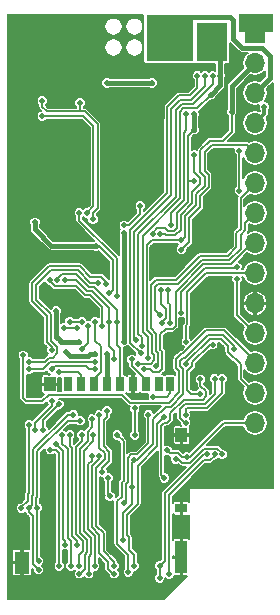
<source format=gbl>
G04 #@! TF.FileFunction,Copper,L2,Bot,Signal*
%FSLAX46Y46*%
G04 Gerber Fmt 4.6, Leading zero omitted, Abs format (unit mm)*
G04 Created by KiCad (PCBNEW 4.0.6+dfsg1-1) date Wed May  2 02:34:31 2018*
%MOMM*%
%LPD*%
G01*
G04 APERTURE LIST*
%ADD10C,0.100000*%
%ADD11R,1.700000X1.700000*%
%ADD12O,1.700000X1.700000*%
%ADD13R,3.000000X1.500000*%
%ADD14R,4.000000X4.000000*%
%ADD15R,2.000000X4.191000*%
%ADD16R,2.600000X3.300000*%
%ADD17R,0.700000X1.200000*%
%ADD18R,1.000000X1.200000*%
%ADD19R,1.000000X0.800000*%
%ADD20R,1.000000X2.800000*%
%ADD21R,1.300000X1.900000*%
%ADD22C,0.500000*%
%ADD23C,0.200000*%
%ADD24C,0.400000*%
%ADD25C,0.300000*%
%ADD26C,0.150000*%
G04 APERTURE END LIST*
D10*
D11*
X68322000Y-76378000D03*
D12*
X68322000Y-78918000D03*
X68322000Y-81458000D03*
X68322000Y-83998000D03*
X68322000Y-86538000D03*
X68322000Y-89078000D03*
X68322000Y-91618000D03*
X68322000Y-94158000D03*
X68322000Y-96698000D03*
X68322000Y-99238000D03*
X68322000Y-101778000D03*
X68322000Y-104318000D03*
X68322000Y-106858000D03*
X68322000Y-109398000D03*
X68322000Y-111938000D03*
D13*
X48800000Y-75550000D03*
X68400000Y-75550000D03*
D14*
X53100000Y-76800000D03*
X61100000Y-76800000D03*
D15*
X54246300Y-76895500D03*
X49953700Y-76895500D03*
D16*
X64700000Y-77150000D03*
D17*
X61150000Y-106100000D03*
X60200000Y-106100000D03*
X52500000Y-106100000D03*
X53600000Y-106100000D03*
X54700000Y-106100000D03*
X55800000Y-106100000D03*
X56900000Y-106100000D03*
X58000000Y-106100000D03*
X59100000Y-106100000D03*
D18*
X50950000Y-106100000D03*
X62100000Y-110400000D03*
D19*
X62100000Y-116600000D03*
D20*
X62100000Y-120750000D03*
D21*
X48600000Y-121200000D03*
D22*
X63900000Y-110200000D03*
X64900000Y-109200000D03*
X67200000Y-112050000D03*
X68322587Y-111948362D03*
X66200000Y-112050000D03*
X63750000Y-114700000D03*
X65250000Y-114700000D03*
X66750000Y-114700000D03*
X58050000Y-117650000D03*
X66750000Y-113000000D03*
X68550000Y-114200000D03*
X65900000Y-97300000D03*
X66500000Y-92800000D03*
X65900000Y-94500000D03*
X65900000Y-98500000D03*
X67750000Y-100450000D03*
X61850000Y-117600000D03*
X56600000Y-107700000D03*
X56100000Y-118600000D03*
X65450000Y-103000000D03*
X69350000Y-103300000D03*
X66200000Y-106200000D03*
X64900000Y-108200000D03*
X67500000Y-110700000D03*
X66200000Y-110700000D03*
X50300000Y-115950000D03*
X64700000Y-100700000D03*
X68700000Y-110700000D03*
X59750000Y-115850000D03*
X61800000Y-113500000D03*
X58000000Y-107100000D03*
X57400000Y-103400000D03*
X54300000Y-107700000D03*
X55400000Y-121500000D03*
X51050000Y-119150000D03*
X47850000Y-79450000D03*
X47800000Y-86600000D03*
X47800000Y-89400000D03*
X69500000Y-87800000D03*
X48900000Y-97400000D03*
X48900000Y-98700000D03*
X58600000Y-82600000D03*
X67500000Y-87800000D03*
X66400000Y-87800000D03*
X66800000Y-78800000D03*
X49200000Y-107050000D03*
X58800000Y-110400000D03*
X52900000Y-98950000D03*
X60800000Y-102350000D03*
X54450000Y-81950000D03*
X49050000Y-80850000D03*
X53800000Y-84450000D03*
X62800000Y-80000000D03*
X61000000Y-80000000D03*
X52000000Y-85000000D03*
X47850000Y-103650000D03*
X62100000Y-100800000D03*
X47850000Y-107150000D03*
X57050000Y-79550000D03*
X63400000Y-93150000D03*
X60399960Y-89150000D03*
X57600000Y-89150000D03*
X54450000Y-79550000D03*
X47850000Y-109550000D03*
X51200000Y-112500000D03*
X47899997Y-116600000D03*
X48575000Y-118750000D03*
X68100000Y-76275000D03*
X47850000Y-95100000D03*
X50300000Y-98700000D03*
X47850000Y-104850000D03*
X52725000Y-93775000D03*
X52725000Y-95025000D03*
X51475000Y-95025000D03*
X51475000Y-93775000D03*
X60920000Y-96187500D03*
X60920000Y-95412500D03*
X59680000Y-95412500D03*
X59680000Y-96187500D03*
X58750000Y-121500000D03*
X67000000Y-89700000D03*
X67000000Y-86350000D03*
X60300000Y-93400000D03*
X63200000Y-86700000D03*
X61200000Y-92650000D03*
X62500000Y-83250000D03*
X54800000Y-103550000D03*
X55800000Y-103550000D03*
X52300000Y-103350000D03*
X56000000Y-98400000D03*
X62100000Y-94700000D03*
X54850000Y-94400000D03*
X49700000Y-92400000D03*
X63700000Y-105700000D03*
X60650000Y-114050000D03*
X49200000Y-104200000D03*
X55050000Y-97500000D03*
X59299989Y-108699980D03*
X57200000Y-116200000D03*
X53450000Y-91600000D03*
X56650000Y-98600000D03*
X51600000Y-97300000D03*
X56650000Y-100800000D03*
X57900000Y-104000000D03*
X56400000Y-104000000D03*
X56000000Y-100800000D03*
X52250000Y-97300000D03*
X54800000Y-100800000D03*
X51150000Y-104850000D03*
X54800000Y-104850000D03*
X58950000Y-104850000D03*
X60650000Y-108850000D03*
X58100000Y-121500000D03*
X53250000Y-119700000D03*
X52650000Y-110400000D03*
X51500000Y-111150000D03*
X52250000Y-119700000D03*
X51750000Y-121500000D03*
X51000000Y-111650000D03*
X52750000Y-121500000D03*
X52000000Y-110400000D03*
X53400000Y-121500000D03*
X53650000Y-110400000D03*
X54750000Y-121500000D03*
X54500000Y-112200000D03*
X54250000Y-122150000D03*
X54650000Y-110400000D03*
X56400000Y-122150000D03*
X55150000Y-112200000D03*
X57600000Y-122000000D03*
X56650000Y-110400000D03*
X54550000Y-109050000D03*
X53450000Y-122150000D03*
X55150000Y-108700000D03*
X56400000Y-121500000D03*
X58650000Y-103500000D03*
X63450000Y-80000000D03*
X58750000Y-102850000D03*
X64750000Y-80000000D03*
X58250000Y-102350000D03*
X64100000Y-80000000D03*
X62500000Y-102500000D03*
X66800000Y-96200000D03*
X66800000Y-97200000D03*
X62100000Y-100050000D03*
X55900000Y-114050000D03*
X56050000Y-115600000D03*
X53500000Y-109200000D03*
X61100000Y-100900000D03*
X50000000Y-121100000D03*
X60250000Y-122500000D03*
X64250000Y-112050000D03*
X53650000Y-100800000D03*
X52650000Y-100800000D03*
X61000000Y-98100000D03*
X49900000Y-116600000D03*
X60250000Y-121500000D03*
X52950000Y-108700000D03*
X49996446Y-121803554D03*
X64900000Y-112050000D03*
X52150000Y-101300000D03*
X53250000Y-101350000D03*
X60450000Y-100900000D03*
X60350000Y-98100000D03*
X49200000Y-116600000D03*
X61050000Y-122200000D03*
X62550000Y-112250000D03*
X60900000Y-111700000D03*
X53650000Y-103150000D03*
X54200000Y-101150000D03*
X64900000Y-105650000D03*
X62450000Y-109350000D03*
X65550000Y-105650000D03*
X62450000Y-108700000D03*
X58450000Y-104350000D03*
X54800000Y-104200000D03*
X49200000Y-104850000D03*
X62100000Y-93900000D03*
X66350000Y-83050000D03*
X69100000Y-82600000D03*
X58600000Y-91000000D03*
X57250000Y-92650000D03*
X55400000Y-101150000D03*
X50950000Y-97300000D03*
X50300000Y-82100000D03*
X53500000Y-82300000D03*
X54600000Y-92150000D03*
X50300000Y-83400000D03*
X54100000Y-91600000D03*
X55800000Y-108350000D03*
X59250000Y-103850000D03*
X55400000Y-113550000D03*
X64600000Y-81600000D03*
X65400000Y-80000000D03*
X51750000Y-107800000D03*
X50403554Y-110003554D03*
X61600000Y-112450000D03*
X65550000Y-112050000D03*
X51150000Y-107500000D03*
X49700000Y-110000000D03*
X59700000Y-107150000D03*
X51750000Y-105100000D03*
X64750000Y-102750000D03*
X63650000Y-106900000D03*
X53450000Y-102500000D03*
X51700000Y-102300000D03*
X51500000Y-99900000D03*
X57250000Y-102500000D03*
X49200000Y-109550000D03*
X48550000Y-116600000D03*
X57250000Y-93300000D03*
X62500000Y-104350000D03*
X51100000Y-103200000D03*
X55700000Y-97600000D03*
X48700000Y-103650000D03*
X59950000Y-104600000D03*
X58150000Y-108150000D03*
X58150000Y-110400000D03*
X60250000Y-100200000D03*
X57150000Y-119300000D03*
X57900000Y-114800000D03*
X63200000Y-83250000D03*
X59600000Y-80600000D03*
X55800000Y-80600000D03*
X66550000Y-103100000D03*
X58100000Y-112550000D03*
X63200000Y-84550000D03*
X63200000Y-88900000D03*
X59650000Y-93400000D03*
D23*
X64900000Y-109200000D02*
X63900000Y-110200000D01*
X64900000Y-108200000D02*
X64900000Y-109200000D01*
X67200000Y-112050000D02*
X68220949Y-112050000D01*
X66750000Y-112050000D02*
X67200000Y-112050000D01*
X68220949Y-112050000D02*
X68322587Y-111948362D01*
X66750000Y-112050000D02*
X66200000Y-112050000D01*
X66750000Y-112800000D02*
X66750000Y-112050000D01*
X66750000Y-113000000D02*
X66750000Y-112800000D01*
X65250000Y-114700000D02*
X63750000Y-114700000D01*
X66750000Y-114700000D02*
X65250000Y-114700000D01*
X68322000Y-99238000D02*
X68322000Y-100428000D01*
X68322000Y-100428000D02*
X68300000Y-100450000D01*
X67750000Y-100450000D02*
X68300000Y-100450000D01*
X58000000Y-106100000D02*
X58000000Y-107100000D01*
X58000000Y-105200000D02*
X57400000Y-104600000D01*
X57400000Y-104600000D02*
X57400000Y-103400000D01*
X58000000Y-106100000D02*
X58000000Y-105200000D01*
X62100000Y-100800000D02*
X62100000Y-101600000D01*
X62100000Y-101600000D02*
X61350000Y-102350000D01*
X61350000Y-102350000D02*
X60800000Y-102350000D01*
X67500000Y-87800000D02*
X69500000Y-87800000D01*
X68100000Y-76275000D02*
X68100000Y-75850000D01*
X68100000Y-75850000D02*
X68450000Y-75500000D01*
X57600000Y-89150000D02*
X60399960Y-89150000D01*
X67000000Y-86350000D02*
X67000000Y-89700000D01*
X60715010Y-93400000D02*
X60300000Y-93400000D01*
X63200000Y-86700000D02*
X63200000Y-88159998D01*
X63700001Y-89140001D02*
X63000020Y-89839982D01*
X63200000Y-88159998D02*
X63700001Y-88659999D01*
X60815021Y-93500011D02*
X60715010Y-93400000D01*
X63700001Y-88659999D02*
X63700001Y-89140001D01*
X63000020Y-89839982D02*
X63000020Y-90794942D01*
X63000020Y-90794942D02*
X62050011Y-91744951D01*
X62050011Y-91744951D02*
X62050011Y-93034979D01*
X62050011Y-93034979D02*
X61584979Y-93500011D01*
X61584979Y-93500011D02*
X60815021Y-93500011D01*
X61200000Y-92650000D02*
X61200000Y-91604986D01*
X61200000Y-91604986D02*
X62300000Y-90504986D01*
X62300000Y-90504986D02*
X62300000Y-85300000D01*
X62301000Y-84799000D02*
X62500000Y-84600000D01*
X62300000Y-85300000D02*
X62301000Y-85299000D01*
X62301000Y-85299000D02*
X62301000Y-84799000D01*
X62500000Y-84600000D02*
X62500000Y-83250000D01*
X62100000Y-94700000D02*
X62750031Y-94049969D01*
X64400021Y-89429957D02*
X64400021Y-88500000D01*
X62750031Y-94049969D02*
X62750031Y-92034907D01*
X66759999Y-85849999D02*
X67633999Y-85849999D01*
X62750031Y-92034907D02*
X63700040Y-91084898D01*
X64049011Y-86450989D02*
X64649001Y-85850999D01*
X63700040Y-91084898D02*
X63700040Y-90129938D01*
X64399020Y-88370456D02*
X64049011Y-88020447D01*
X63700040Y-90129938D02*
X64400021Y-89429957D01*
X64400021Y-88500000D02*
X64399020Y-88498999D01*
X64049011Y-88020447D02*
X64049011Y-86450989D01*
X64399020Y-88498999D02*
X64399020Y-88370456D01*
X64649001Y-85850999D02*
X66758999Y-85850999D01*
X66758999Y-85850999D02*
X66759999Y-85849999D01*
X67633999Y-85849999D02*
X68322000Y-86538000D01*
D24*
X55800000Y-103550000D02*
X55800000Y-106100000D01*
X54800000Y-103550000D02*
X54350000Y-103550000D01*
X54350000Y-103550000D02*
X54150000Y-103750000D01*
X54150000Y-103750000D02*
X52700000Y-103750000D01*
X52700000Y-103750000D02*
X52300000Y-103350000D01*
D23*
X68350000Y-86510000D02*
X68000002Y-86510000D01*
D24*
X54825001Y-94375001D02*
X51075001Y-94375001D01*
X49700000Y-93000000D02*
X51075001Y-94375001D01*
X49700000Y-92400000D02*
X49700000Y-93000000D01*
X54850000Y-94400000D02*
X54825001Y-94375001D01*
D23*
X54850000Y-94400000D02*
X55100000Y-94400000D01*
X55100000Y-94400000D02*
X56299990Y-95599990D01*
X56299990Y-95599990D02*
X56299990Y-98100010D01*
X56299990Y-98100010D02*
X56000000Y-98400000D01*
X63700000Y-105700000D02*
X63700000Y-106209998D01*
X61150001Y-108539965D02*
X61150001Y-109090001D01*
X60400009Y-109599991D02*
X60400009Y-113800009D01*
X63700000Y-106209998D02*
X64150001Y-106659999D01*
X64150001Y-107140001D02*
X63890001Y-107400001D01*
X64150001Y-106659999D02*
X64150001Y-107140001D01*
X63890001Y-107400001D02*
X62289965Y-107400001D01*
X62289965Y-107400001D02*
X61150001Y-108539965D01*
X61150001Y-109090001D02*
X60890001Y-109350001D01*
X60890001Y-109350001D02*
X60649999Y-109350001D01*
X60649999Y-109350001D02*
X60400009Y-109599991D01*
X60400009Y-113800009D02*
X60650000Y-114050000D01*
X49200000Y-104200000D02*
X50565010Y-104200000D01*
X50915010Y-103850000D02*
X51190002Y-103850000D01*
X50565010Y-104200000D02*
X50915010Y-103850000D01*
X51049990Y-102409988D02*
X51049990Y-100189992D01*
X51190002Y-103850000D02*
X51600001Y-103440001D01*
X51600001Y-103440001D02*
X51600001Y-102959999D01*
X51600001Y-102959999D02*
X51049990Y-102409988D01*
X51049990Y-100189992D02*
X49799999Y-98940001D01*
X49799999Y-97709999D02*
X51060009Y-96449989D01*
X49799999Y-98940001D02*
X49799999Y-97709999D01*
X51060009Y-96449989D02*
X53332125Y-96449989D01*
X53332125Y-96449989D02*
X54382136Y-97500000D01*
X54382136Y-97500000D02*
X55050000Y-97500000D01*
X59299989Y-108699980D02*
X59299989Y-110149989D01*
X59299989Y-110149989D02*
X59300001Y-110150001D01*
X57549990Y-112360008D02*
X57549990Y-114410008D01*
X59300001Y-110150001D02*
X59300001Y-111100025D01*
X59300001Y-111100025D02*
X58350027Y-112049999D01*
X58350027Y-112049999D02*
X57859999Y-112049999D01*
X57859999Y-112049999D02*
X57549990Y-112360008D01*
X57549990Y-114410008D02*
X57399999Y-114559999D01*
X57399999Y-114559999D02*
X57399999Y-116000001D01*
X57399999Y-116000001D02*
X57200000Y-116200000D01*
X53450000Y-91600000D02*
X53450000Y-92255012D01*
X53450000Y-92255012D02*
X56650000Y-95455012D01*
X56650000Y-95455012D02*
X56650000Y-98600000D01*
X56650000Y-100800000D02*
X56650000Y-99840002D01*
X56650000Y-99840002D02*
X54660008Y-97850010D01*
X54660008Y-97850010D02*
X54238572Y-97850010D01*
X54238572Y-97850010D02*
X53187147Y-96799999D01*
X51600000Y-97209998D02*
X51600000Y-97300000D01*
X53187147Y-96799999D02*
X52009999Y-96799999D01*
X52009999Y-96799999D02*
X51600000Y-97209998D01*
X56650000Y-100800000D02*
X56650000Y-102800000D01*
X56650000Y-102800000D02*
X56900000Y-103050000D01*
X56900000Y-103050000D02*
X56900000Y-106100000D01*
X56000000Y-100800000D02*
X56000000Y-99684990D01*
X56000000Y-99684990D02*
X54515030Y-98200020D01*
X54515030Y-98200020D02*
X54508624Y-98206426D01*
X54508624Y-98206426D02*
X54101414Y-98206426D01*
X53193574Y-97300000D02*
X52800000Y-97300000D01*
X54101414Y-98206426D02*
X54095103Y-98200115D01*
X54095103Y-98200115D02*
X53193574Y-97300000D01*
X52800000Y-97300000D02*
X52250000Y-97300000D01*
X56400000Y-104000000D02*
X56400000Y-103250000D01*
X56000000Y-100800000D02*
X56000000Y-102850000D01*
X56000000Y-102850000D02*
X56400000Y-103250000D01*
X57900000Y-104538522D02*
X57900000Y-104000000D01*
X57900000Y-104538522D02*
X59100000Y-105738522D01*
X59100000Y-105738522D02*
X59100000Y-106100000D01*
X54800000Y-100800000D02*
X54800000Y-102400000D01*
X54800000Y-102400000D02*
X55300000Y-102900000D01*
X55300000Y-102900000D02*
X55300000Y-105100000D01*
X54700000Y-105700000D02*
X54700000Y-106100000D01*
X55300000Y-105100000D02*
X54700000Y-105700000D01*
X51150000Y-104850000D02*
X51400001Y-104599999D01*
X51400001Y-104599999D02*
X54050000Y-104600000D01*
X54050000Y-104600000D02*
X54300000Y-104850000D01*
X54300000Y-104850000D02*
X54800000Y-104850000D01*
X68322000Y-94158000D02*
X68081977Y-94158000D01*
X68081977Y-94158000D02*
X66289977Y-95950000D01*
X63955012Y-95950000D02*
X61599999Y-98305013D01*
X61599999Y-101150000D02*
X61349999Y-101400000D01*
X59650001Y-105100001D02*
X59400000Y-104850000D01*
X66289977Y-95950000D02*
X63955012Y-95950000D01*
X61599999Y-98305013D02*
X61599999Y-101150000D01*
X59400000Y-104850000D02*
X58950000Y-104850000D01*
X61349999Y-101400000D02*
X60750000Y-101400000D01*
X60750000Y-101400000D02*
X60300030Y-101849970D01*
X60300030Y-103170052D02*
X60450021Y-103320043D01*
X60300030Y-101849970D02*
X60300030Y-103170052D01*
X60450021Y-103320043D02*
X60450021Y-104839981D01*
X60450021Y-104839981D02*
X60190001Y-105100001D01*
X60190001Y-105100001D02*
X59650001Y-105100001D01*
X58950001Y-104850001D02*
X58950000Y-104850000D01*
X60650000Y-108850000D02*
X60049999Y-109450001D01*
X60049999Y-109450001D02*
X60049999Y-111340003D01*
X57500010Y-117134980D02*
X57500010Y-118900010D01*
X60049999Y-111340003D02*
X58400001Y-112990001D01*
X58400001Y-112990001D02*
X58400001Y-116234989D01*
X58400001Y-116234989D02*
X57500010Y-117134980D01*
X57650000Y-120095014D02*
X58100000Y-120545014D01*
X57500010Y-118900010D02*
X57650000Y-119050000D01*
X58100000Y-120545014D02*
X58100000Y-120800000D01*
X57650000Y-119050000D02*
X57650000Y-120095014D01*
X58100000Y-120800000D02*
X58100000Y-121500000D01*
X52650000Y-110400000D02*
X52650000Y-111311319D01*
X52650000Y-111311319D02*
X52800030Y-111461349D01*
X52800030Y-111461349D02*
X52800030Y-118955042D01*
X52800030Y-118955042D02*
X53250000Y-119405012D01*
X53250000Y-119405012D02*
X53250000Y-119700000D01*
X52250000Y-119700000D02*
X52250000Y-119394988D01*
X52250000Y-119394988D02*
X52100010Y-119244998D01*
X52100010Y-119244998D02*
X52100010Y-111751424D01*
X52100010Y-111751424D02*
X51500000Y-111150000D01*
X51750000Y-121500000D02*
X51750000Y-111894988D01*
X51750000Y-111894988D02*
X51505012Y-111650000D01*
X51505012Y-111650000D02*
X51000000Y-111650000D01*
X52000000Y-110400000D02*
X52000000Y-111155607D01*
X52000000Y-111155607D02*
X52296960Y-111452567D01*
X52296960Y-111452567D02*
X52296960Y-111453267D01*
X52750000Y-119400000D02*
X52750000Y-121500000D01*
X52296960Y-111453267D02*
X52450020Y-111606327D01*
X52450020Y-111606327D02*
X52450020Y-119100020D01*
X52450020Y-119100020D02*
X52750000Y-119400000D01*
X53750000Y-119410024D02*
X53750000Y-120200000D01*
X53400000Y-121500000D02*
X53400000Y-120550000D01*
X53400000Y-120550000D02*
X53750000Y-120200000D01*
X53650000Y-110400000D02*
X53650000Y-110950000D01*
X53650000Y-110950000D02*
X53150040Y-111449960D01*
X53150040Y-111449960D02*
X53150040Y-118810064D01*
X53150040Y-118810064D02*
X53750000Y-119410024D01*
X54800020Y-120634944D02*
X54800020Y-118975096D01*
X54800020Y-118975096D02*
X54800028Y-118975088D01*
X54750000Y-121500000D02*
X54750000Y-120684964D01*
X54750000Y-120684964D02*
X54800020Y-120634944D01*
X54200070Y-118375130D02*
X54200070Y-112889932D01*
X54800028Y-118975088D02*
X54200070Y-118375130D01*
X54200070Y-112889932D02*
X54500000Y-112590002D01*
X54500000Y-112590002D02*
X54500000Y-112200000D01*
X54250011Y-120689965D02*
X54250011Y-121850000D01*
X54250011Y-121850000D02*
X54250011Y-121950011D01*
X54250000Y-122150000D02*
X54250000Y-121850011D01*
X54250000Y-121850011D02*
X54250011Y-121850000D01*
X54650000Y-110400000D02*
X54650000Y-110944988D01*
X54650000Y-110944988D02*
X53850060Y-111744928D01*
X54450010Y-119410034D02*
X54450010Y-120489966D01*
X54450010Y-120489966D02*
X54250011Y-120689965D01*
X53850060Y-111744928D02*
X53850060Y-118520108D01*
X53850060Y-118520108D02*
X54450018Y-119120066D01*
X54450018Y-119120066D02*
X54450018Y-119410026D01*
X54450018Y-119410026D02*
X54450010Y-119410034D01*
X56400000Y-122150000D02*
X56300000Y-122150000D01*
X56300000Y-122150000D02*
X55900001Y-121750001D01*
X55900001Y-121750001D02*
X55900001Y-121150001D01*
X54550080Y-118230152D02*
X54550080Y-113034910D01*
X55900001Y-121150001D02*
X55150030Y-120400030D01*
X55150030Y-120400030D02*
X55150030Y-118830102D01*
X55150030Y-118830102D02*
X54550080Y-118230152D01*
X54550080Y-113034910D02*
X55150000Y-112434990D01*
X55150000Y-112434990D02*
X55150000Y-112200000D01*
X57600000Y-122000000D02*
X57600000Y-120540002D01*
X56650000Y-116009998D02*
X57049989Y-115610009D01*
X57600000Y-120540002D02*
X56650000Y-119590002D01*
X56650000Y-119590002D02*
X56650000Y-116009998D01*
X57049989Y-115610009D02*
X57049989Y-114415021D01*
X57049989Y-114415021D02*
X57199980Y-114265030D01*
X57199980Y-114265030D02*
X57199980Y-110949980D01*
X57199980Y-110949980D02*
X56650000Y-110400000D01*
X54550000Y-109761478D02*
X54550000Y-109050000D01*
X54150000Y-110161478D02*
X54150000Y-110950000D01*
X54550000Y-109761478D02*
X54150000Y-110161478D01*
X54150000Y-110950000D02*
X53500050Y-111599950D01*
X53500050Y-111599950D02*
X53500050Y-118665086D01*
X53500050Y-118665086D02*
X54100010Y-119265046D01*
X54100010Y-119265046D02*
X54100010Y-119599990D01*
X54100010Y-119599990D02*
X54100000Y-119600000D01*
X54100000Y-119600000D02*
X54100000Y-120344988D01*
X54100000Y-120344988D02*
X53900001Y-120544987D01*
X53490002Y-122150000D02*
X53450000Y-122150000D01*
X53900001Y-120544987D02*
X53900001Y-121740001D01*
X53900001Y-121740001D02*
X53490002Y-122150000D01*
X55150000Y-108700000D02*
X55150001Y-111459999D01*
X55150001Y-111459999D02*
X55650001Y-111959999D01*
X56400000Y-121155012D02*
X56400000Y-121500000D01*
X55650001Y-111959999D02*
X55650001Y-112440001D01*
X55650001Y-112440001D02*
X54900090Y-113189912D01*
X54900090Y-113189912D02*
X54900090Y-118085174D01*
X54900090Y-118085174D02*
X55500040Y-118685124D01*
X55500040Y-118685124D02*
X55500040Y-120255052D01*
X55500040Y-120255052D02*
X56400000Y-121155012D01*
X58650000Y-103500000D02*
X57750000Y-102600000D01*
X57750000Y-102600000D02*
X57750000Y-93075034D01*
X57750000Y-93075034D02*
X60899960Y-89925074D01*
X60899960Y-89925074D02*
X60899960Y-83550040D01*
X60899960Y-83550040D02*
X60904959Y-83545041D01*
X60904959Y-83545041D02*
X60904959Y-82620075D01*
X61875034Y-81650000D02*
X62820022Y-81650000D01*
X60904959Y-82620075D02*
X61875034Y-81650000D01*
X62820022Y-81650000D02*
X63450000Y-81020022D01*
X63450000Y-81020022D02*
X63450000Y-80000000D01*
X58750000Y-102850000D02*
X58750000Y-102109998D01*
X58750000Y-102109998D02*
X58450020Y-101810018D01*
X58450020Y-101810018D02*
X58450020Y-93364990D01*
X58450020Y-93364990D02*
X61599980Y-90215030D01*
X61599980Y-90215030D02*
X61599980Y-84300020D01*
X61599980Y-84300020D02*
X61602980Y-84297020D01*
X64750000Y-80709998D02*
X64750000Y-80000000D01*
X61602980Y-84297020D02*
X61602980Y-82912030D01*
X61602980Y-82912030D02*
X62115021Y-82399989D01*
X62115021Y-82399989D02*
X63060009Y-82399989D01*
X63060009Y-82399989D02*
X64750000Y-80709998D01*
X58100010Y-100400000D02*
X58100010Y-93220012D01*
X58100010Y-93220012D02*
X61249970Y-90070052D01*
X62915031Y-82049979D02*
X64100000Y-80865010D01*
X61249970Y-90070052D02*
X61249970Y-84150030D01*
X61249970Y-84150030D02*
X61253969Y-84146031D01*
X61253969Y-82766053D02*
X61970043Y-82049979D01*
X61253969Y-84146031D02*
X61253969Y-82766053D01*
X61970043Y-82049979D02*
X62915031Y-82049979D01*
X64100000Y-80865010D02*
X64100000Y-80000000D01*
X58100010Y-100400000D02*
X58100010Y-100650010D01*
X58100010Y-100400000D02*
X58100010Y-102200010D01*
X58100010Y-102200010D02*
X58250000Y-102350000D01*
X62500000Y-101140002D02*
X62500000Y-102500000D01*
X62500000Y-101140002D02*
X62600000Y-101040002D01*
X62600000Y-101040002D02*
X62600000Y-98294988D01*
X68322000Y-96698000D02*
X67042002Y-96698000D01*
X67040002Y-96700000D02*
X64194988Y-96700000D01*
X67042002Y-96698000D02*
X67040002Y-96700000D01*
X62600000Y-98294988D02*
X64194988Y-96700000D01*
X66800000Y-97200000D02*
X66800000Y-100256000D01*
X66800000Y-100256000D02*
X68322000Y-101778000D01*
X62100000Y-100050000D02*
X62100000Y-98300000D01*
X62100000Y-98300000D02*
X64100000Y-96300000D01*
X64100000Y-96300000D02*
X66700000Y-96300000D01*
X66700000Y-96300000D02*
X66800000Y-96200000D01*
X55900000Y-114050000D02*
X55900000Y-115450000D01*
X55900000Y-115450000D02*
X56050000Y-115600000D01*
X53500000Y-109200000D02*
X52459998Y-109200000D01*
X52459998Y-109200000D02*
X49900000Y-111759998D01*
X49900000Y-111759998D02*
X49900000Y-115609998D01*
X49900000Y-115609998D02*
X49799999Y-115709999D01*
X49799999Y-115709999D02*
X49799999Y-116499999D01*
X49799999Y-116499999D02*
X49900000Y-116600000D01*
X60250000Y-121500000D02*
X60700990Y-121049010D01*
X60700990Y-121049010D02*
X60700990Y-115352582D01*
X60700990Y-115352582D02*
X64003572Y-112050000D01*
X64003572Y-112050000D02*
X64250000Y-112050000D01*
X61000000Y-98100000D02*
X61000000Y-99200000D01*
X61000000Y-99200000D02*
X61100000Y-99300000D01*
X61100000Y-100900000D02*
X61100000Y-99300000D01*
X60250000Y-121500000D02*
X60250000Y-122500000D01*
X50000000Y-121100000D02*
X49900000Y-121000000D01*
X49900000Y-121000000D02*
X49900000Y-120390002D01*
X53650000Y-100800000D02*
X52650000Y-100800000D01*
X49900000Y-120390002D02*
X49900000Y-116600000D01*
X61050000Y-122200000D02*
X61050000Y-119011478D01*
X61050000Y-119011478D02*
X61051000Y-119011478D01*
X61051000Y-119011478D02*
X61051000Y-115496146D01*
X63997145Y-112550001D02*
X64490001Y-112550001D01*
X61051000Y-115496146D02*
X63997145Y-112550001D01*
X64490001Y-112550001D02*
X64900000Y-112140002D01*
X64900000Y-112140002D02*
X64900000Y-112050000D01*
X52950000Y-108700000D02*
X52465010Y-108700000D01*
X49449989Y-116350011D02*
X49200000Y-116600000D01*
X52465010Y-108700000D02*
X49549990Y-111615020D01*
X49549990Y-111615020D02*
X49549990Y-115465020D01*
X49549990Y-115465020D02*
X49449989Y-115565021D01*
X49449989Y-115565021D02*
X49449989Y-116350011D01*
X60450000Y-100900000D02*
X60450000Y-100809998D01*
X60350000Y-98100000D02*
X60350000Y-99300000D01*
X60750000Y-100509998D02*
X60750000Y-99700000D01*
X60350000Y-99300000D02*
X60750000Y-99700000D01*
X60450000Y-100809998D02*
X60750000Y-100509998D01*
X52150000Y-101300000D02*
X53200000Y-101300000D01*
X53200000Y-101300000D02*
X53250000Y-101350000D01*
X49996446Y-121803554D02*
X49499999Y-121307107D01*
X49499999Y-121307107D02*
X49499999Y-117250009D01*
X49499999Y-117250009D02*
X49200000Y-116950010D01*
X49200000Y-116950010D02*
X49200000Y-116600000D01*
X61840001Y-111949999D02*
X61149999Y-111949999D01*
X61149999Y-111949999D02*
X60900000Y-111700000D01*
X62550000Y-112250000D02*
X62140002Y-112250000D01*
X62140002Y-112250000D02*
X61840001Y-111949999D01*
X62550000Y-112250000D02*
X62815010Y-112250000D01*
X62815010Y-112250000D02*
X65667010Y-109398000D01*
X65667010Y-109398000D02*
X66150000Y-109398000D01*
X66150000Y-109398000D02*
X68322000Y-109398000D01*
X54200000Y-101150000D02*
X54200000Y-102600000D01*
X54200000Y-102600000D02*
X53650000Y-103150000D01*
X62450000Y-109350000D02*
X62359998Y-109350000D01*
X61949999Y-108234955D02*
X62405022Y-107779932D01*
X62359998Y-109350000D02*
X61949999Y-108940001D01*
X64085078Y-107779932D02*
X64900000Y-106965010D01*
X61949999Y-108940001D02*
X61949999Y-108234955D01*
X62405022Y-107779932D02*
X64085078Y-107779932D01*
X64900000Y-106965010D02*
X64900000Y-105650000D01*
X62450000Y-108700000D02*
X62450000Y-108229942D01*
X62550000Y-108129942D02*
X64230056Y-108129942D01*
X62450000Y-108229942D02*
X62550000Y-108129942D01*
X64230056Y-108129942D02*
X65550000Y-106809998D01*
X65550000Y-106809998D02*
X65550000Y-106050000D01*
X65550000Y-106050000D02*
X65550000Y-105650000D01*
X63700001Y-86306425D02*
X63700001Y-88165011D01*
X66350000Y-83050000D02*
X66350000Y-84750000D01*
X66350000Y-84750000D02*
X65598011Y-85501989D01*
X65598011Y-85501989D02*
X64504436Y-85501990D01*
X63350030Y-89984960D02*
X63350030Y-90939920D01*
X62400021Y-93599979D02*
X62100000Y-93900000D01*
X64504436Y-85501990D02*
X63700001Y-86306425D01*
X63700001Y-88165011D02*
X64050011Y-88515021D01*
X64050011Y-88515021D02*
X64050011Y-89284979D01*
X64050011Y-89284979D02*
X63350030Y-89984960D01*
X63350030Y-90939920D02*
X62400021Y-91889929D01*
X62400021Y-91889929D02*
X62400021Y-93599979D01*
X49200000Y-104850000D02*
X50409998Y-104850000D01*
X50409998Y-104850000D02*
X51010009Y-104249989D01*
X51010009Y-104249989D02*
X52134979Y-104249989D01*
X54750000Y-104250000D02*
X54800000Y-104200000D01*
X52134979Y-104249989D02*
X52134990Y-104250000D01*
X52134990Y-104250000D02*
X54750000Y-104250000D01*
D24*
X66350000Y-80890000D02*
X68322000Y-78918000D01*
D23*
X58749001Y-104349001D02*
X58450999Y-104349001D01*
X58450999Y-104349001D02*
X58450000Y-104350000D01*
X54799010Y-104199010D02*
X54800000Y-104200000D01*
X58749001Y-104349001D02*
X59489521Y-104349001D01*
X59489521Y-104349001D02*
X59750001Y-104088521D01*
X59750001Y-103609999D02*
X59600010Y-103460008D01*
X59750001Y-104088521D02*
X59750001Y-103609999D01*
X59600010Y-103460008D02*
X59600010Y-101970032D01*
X59600010Y-101970032D02*
X59150040Y-101520062D01*
X59150040Y-101520062D02*
X59150040Y-94349960D01*
X59150040Y-94349960D02*
X59600000Y-93900000D01*
X59600000Y-93900000D02*
X60900000Y-93900000D01*
X60900000Y-93900000D02*
X62100000Y-93900000D01*
D24*
X66350000Y-83050000D02*
X66350000Y-82700000D01*
X66350000Y-82700000D02*
X66350000Y-80890000D01*
D25*
X69100000Y-82600000D02*
X69100000Y-83220000D01*
X69100000Y-83220000D02*
X68322000Y-83998000D01*
D23*
X57680046Y-92650000D02*
X57250000Y-92650000D01*
X57680046Y-92650000D02*
X58600000Y-91730046D01*
X58600000Y-91730046D02*
X58600000Y-91000000D01*
X55400000Y-101150000D02*
X55400000Y-99579978D01*
X55400000Y-99579978D02*
X54376458Y-98556436D01*
X54376458Y-98556436D02*
X53956361Y-98556436D01*
X53956361Y-98556436D02*
X53799963Y-98400038D01*
X53799963Y-98400038D02*
X53200000Y-97800000D01*
X53200000Y-97800000D02*
X51359998Y-97800000D01*
X51359998Y-97800000D02*
X50950000Y-97390002D01*
X50950000Y-97390002D02*
X50950000Y-97300000D01*
X54600000Y-92150000D02*
X54600000Y-91593574D01*
X53900000Y-83001414D02*
X53900000Y-83000000D01*
X54600000Y-91593574D02*
X55000000Y-91193574D01*
X55000000Y-91193574D02*
X55000000Y-84391390D01*
X55000000Y-84391390D02*
X55000008Y-84391382D01*
X55000008Y-84391382D02*
X55000008Y-84101422D01*
X55000008Y-84101422D02*
X53900000Y-83001414D01*
X53900000Y-83000000D02*
X53500000Y-83000000D01*
X50700000Y-83000000D02*
X53500000Y-83000000D01*
X53500000Y-82300000D02*
X53500000Y-83000000D01*
X50300000Y-82100000D02*
X50300000Y-82600000D01*
X50300000Y-82600000D02*
X50700000Y-83000000D01*
X50300000Y-83400000D02*
X53803598Y-83400000D01*
X53803598Y-83400000D02*
X54650000Y-84246402D01*
X54650000Y-84246402D02*
X54650000Y-91050000D01*
X54650000Y-91050000D02*
X54100000Y-91600000D01*
X54100000Y-91600000D02*
X54100000Y-91550000D01*
X55400000Y-113550000D02*
X55400000Y-113184990D01*
X55400000Y-113184990D02*
X56000011Y-112584979D01*
X56000011Y-112584979D02*
X56000011Y-111815021D01*
X55500011Y-111315021D02*
X55500011Y-109139991D01*
X56000011Y-111815021D02*
X55500011Y-111315021D01*
X55500011Y-109139991D02*
X55800000Y-108840002D01*
X55800000Y-108840002D02*
X55800000Y-108350000D01*
D24*
X65400000Y-80000000D02*
X65400000Y-80800000D01*
X65400000Y-80800000D02*
X64600000Y-81600000D01*
D23*
X59250000Y-103850000D02*
X59250000Y-102115010D01*
X58800030Y-93509968D02*
X61949990Y-90360008D01*
X61949990Y-85150010D02*
X61951990Y-85148010D01*
X59250000Y-102115010D02*
X58800030Y-101665040D01*
X58800030Y-101665040D02*
X58800030Y-93509968D01*
X61949990Y-90360008D02*
X61949990Y-85150010D01*
X62259999Y-82749999D02*
X63450001Y-82749999D01*
X61951990Y-85148010D02*
X61951990Y-83058008D01*
X61951990Y-83058008D02*
X62259999Y-82749999D01*
X63450001Y-82749999D02*
X64600000Y-81600000D01*
D24*
X65400000Y-80000000D02*
X65400000Y-77850000D01*
X65400000Y-77850000D02*
X64700000Y-77150000D01*
D23*
X50403554Y-110003554D02*
X50403554Y-109146446D01*
X50403554Y-109146446D02*
X51750000Y-107800000D01*
X61600000Y-112450000D02*
X61845014Y-112450000D01*
X61845014Y-112450000D02*
X62145015Y-112750001D01*
X62145015Y-112750001D02*
X62809997Y-112750001D01*
X62809997Y-112750001D02*
X64009999Y-111549999D01*
X64009999Y-111549999D02*
X65140001Y-111549999D01*
X65140001Y-111549999D02*
X65550000Y-111959998D01*
X65550000Y-111959998D02*
X65550000Y-112050000D01*
X51150000Y-107500000D02*
X51150000Y-107905012D01*
X51150000Y-107905012D02*
X51099293Y-107955719D01*
X51099293Y-107955719D02*
X49700000Y-109356426D01*
X49700000Y-109356426D02*
X49700000Y-109700000D01*
X49700000Y-109700000D02*
X49700000Y-110000000D01*
X60250000Y-107150000D02*
X59700000Y-107150000D01*
X61150000Y-106850000D02*
X60850000Y-107150000D01*
X60850000Y-107150000D02*
X60250000Y-107150000D01*
X61150000Y-106100000D02*
X61150000Y-106850000D01*
X51750000Y-105100000D02*
X53350000Y-105100000D01*
X53350000Y-105100000D02*
X53600000Y-105350000D01*
X53600000Y-105350000D02*
X53600000Y-106100000D01*
X64750000Y-102750000D02*
X64504986Y-102750000D01*
X64504986Y-102750000D02*
X63000001Y-104254985D01*
X63000001Y-104254985D02*
X63000001Y-104590001D01*
X63000001Y-104590001D02*
X62600010Y-104989992D01*
X62600010Y-104989992D02*
X62600010Y-106600010D01*
X62900000Y-106900000D02*
X63650000Y-106900000D01*
X62600010Y-106600010D02*
X62900000Y-106900000D01*
X49200000Y-109550000D02*
X49200000Y-109799960D01*
X49200000Y-109799960D02*
X49199980Y-109799980D01*
X49099979Y-115420043D02*
X49099979Y-115960019D01*
X49199980Y-109799980D02*
X49199980Y-115320042D01*
X49199980Y-115320042D02*
X49099979Y-115420043D01*
X48550000Y-116509998D02*
X48550000Y-116600000D01*
X49099979Y-115960019D02*
X48550000Y-116509998D01*
D24*
X53450000Y-102500000D02*
X51900000Y-102500000D01*
X51900000Y-102500000D02*
X51700000Y-102300000D01*
X57250000Y-94600000D02*
X57250000Y-93300000D01*
X57250000Y-102500000D02*
X57250000Y-94600000D01*
X51500000Y-99900000D02*
X51500000Y-102100000D01*
X51500000Y-102100000D02*
X51700000Y-102300000D01*
D23*
X68322000Y-106858000D02*
X67100000Y-105636000D01*
X66049999Y-103359997D02*
X66049999Y-102849973D01*
X67100000Y-105636000D02*
X67100000Y-104409998D01*
X67100000Y-104409998D02*
X66049999Y-103359997D01*
X62500000Y-104259998D02*
X62500000Y-104350000D01*
X66049999Y-102849973D02*
X65450025Y-102249999D01*
X65450025Y-102249999D02*
X64509999Y-102249999D01*
X64509999Y-102249999D02*
X62500000Y-104259998D01*
X51100000Y-103200000D02*
X51100000Y-102954986D01*
X49449989Y-99084979D02*
X49449989Y-97565021D01*
X51100000Y-102954986D02*
X50699980Y-102554966D01*
X50699980Y-102554966D02*
X50699980Y-100334970D01*
X53477103Y-96099979D02*
X54377123Y-96999999D01*
X50699980Y-100334970D02*
X49449989Y-99084979D01*
X49449989Y-97565021D02*
X50915031Y-96099979D01*
X54377123Y-96999999D02*
X55290001Y-96999999D01*
X50915031Y-96099979D02*
X53477103Y-96099979D01*
X55290001Y-96999999D02*
X55700000Y-97409998D01*
X55700000Y-97409998D02*
X55700000Y-97600000D01*
D24*
X61100000Y-76800000D02*
X62900000Y-75000000D01*
X62900000Y-75000000D02*
X66250000Y-75000000D01*
X68900000Y-77600000D02*
X69600000Y-78300000D01*
X66250000Y-75000000D02*
X66500000Y-75250000D01*
X66500000Y-75250000D02*
X66500000Y-76900000D01*
X66500000Y-76900000D02*
X67200000Y-77600000D01*
X67200000Y-77600000D02*
X68900000Y-77600000D01*
X69600000Y-78300000D02*
X69600000Y-80180000D01*
X69600000Y-80180000D02*
X68350000Y-81430000D01*
D23*
X68350000Y-81430000D02*
X68380000Y-81430000D01*
X68322000Y-104318000D02*
X68322000Y-104131998D01*
X62240013Y-103499989D02*
X62115021Y-103499989D01*
X57099999Y-107000000D02*
X50859998Y-107000000D01*
X57749998Y-107649999D02*
X57099999Y-107000000D01*
X68322000Y-104131998D02*
X65739981Y-101549979D01*
X65739981Y-101549979D02*
X64190023Y-101549979D01*
X61049991Y-107649999D02*
X57749998Y-107649999D01*
X64190023Y-101549979D02*
X62240013Y-103499989D01*
X50309997Y-107550001D02*
X48959999Y-107550001D01*
X62115021Y-103499989D02*
X61649989Y-103965021D01*
X61649989Y-103965021D02*
X61649989Y-104734979D01*
X61649989Y-104734979D02*
X61899990Y-104984980D01*
X61899990Y-104984980D02*
X61899990Y-106800000D01*
X61899990Y-106800000D02*
X61049991Y-107649999D01*
X50859998Y-107000000D02*
X50309997Y-107550001D01*
X48959999Y-107550001D02*
X48700000Y-107290002D01*
X48700000Y-107290002D02*
X48700000Y-103650000D01*
X68290000Y-104350000D02*
X68322000Y-104318000D01*
X68304000Y-104300000D02*
X68322000Y-104318000D01*
X59500050Y-97750000D02*
X59500050Y-97704961D01*
X59500050Y-97704961D02*
X59955022Y-97249989D01*
X59955022Y-97249989D02*
X61665047Y-97249989D01*
X63665056Y-95249980D02*
X66000021Y-95249980D01*
X61665047Y-97249989D02*
X63665056Y-95249980D01*
X66000021Y-95249980D02*
X66749990Y-94500011D01*
X68322000Y-89116522D02*
X68322000Y-89078000D01*
X66749990Y-94500011D02*
X66749990Y-93290012D01*
X67100000Y-90338522D02*
X68322000Y-89116522D01*
X66749990Y-93290012D02*
X67100000Y-92940002D01*
X67100000Y-92940002D02*
X67100000Y-90338522D01*
X59950020Y-101825054D02*
X59500050Y-101375084D01*
X60100011Y-104449989D02*
X59950000Y-104600000D01*
X60100011Y-103465021D02*
X60100011Y-104449989D01*
X59950020Y-103315030D02*
X60100011Y-103465021D01*
X59500050Y-101375084D02*
X59500050Y-101375059D01*
X59500000Y-101375084D02*
X59500050Y-101375059D01*
X59950020Y-101825054D02*
X59950020Y-103315030D01*
X58150000Y-108150000D02*
X58150000Y-110400000D01*
X59500000Y-101375059D02*
X59500000Y-97750000D01*
X68322000Y-91618000D02*
X67450008Y-92489992D01*
X59850000Y-99800000D02*
X60250000Y-100200000D01*
X67450008Y-92489992D02*
X67450008Y-93084982D01*
X67100000Y-94644989D02*
X66144999Y-95599990D01*
X63810034Y-95599990D02*
X61810025Y-97599999D01*
X67450008Y-93084982D02*
X67100000Y-93434990D01*
X61810025Y-97599999D02*
X60100000Y-97599999D01*
X67100000Y-93434990D02*
X67100000Y-94644989D01*
X66144999Y-95599990D02*
X63810034Y-95599990D01*
X60100000Y-97599999D02*
X59850000Y-97849999D01*
X59850000Y-97849999D02*
X59850000Y-99800000D01*
X57900000Y-114800000D02*
X57900000Y-116240002D01*
X57900000Y-116240002D02*
X57150000Y-116990002D01*
X57150000Y-116990002D02*
X57150000Y-119300000D01*
X58100000Y-112550000D02*
X58345014Y-112550000D01*
X61194969Y-108000009D02*
X62250000Y-106944978D01*
X58345014Y-112550000D02*
X59699989Y-111195025D01*
X59699989Y-111195025D02*
X59699989Y-109060009D01*
X62250000Y-104840002D02*
X61999999Y-104590001D01*
X59699989Y-109060009D02*
X60759989Y-108000009D01*
X60759989Y-108000009D02*
X61194969Y-108000009D01*
X62250000Y-106944978D02*
X62250000Y-104840002D01*
X61999999Y-104590001D02*
X61999999Y-104109999D01*
X61999999Y-104109999D02*
X62259999Y-103849999D01*
X62259999Y-103849999D02*
X62384991Y-103849999D01*
X62384991Y-103849999D02*
X64335001Y-101899989D01*
X64335001Y-101899989D02*
X65595003Y-101899989D01*
X65595003Y-101899989D02*
X66550000Y-102854986D01*
X66550000Y-102854986D02*
X66550000Y-103100000D01*
X57900000Y-114800000D02*
X57900000Y-112750000D01*
X57900000Y-112750000D02*
X58100000Y-112550000D01*
D24*
X59600000Y-80600000D02*
X55800000Y-80600000D01*
X63200000Y-84550000D02*
X63200000Y-83250000D01*
D23*
X62650010Y-88900000D02*
X62650010Y-86700000D01*
X62650010Y-86700000D02*
X62651008Y-86699002D01*
X62651008Y-86699002D02*
X62651008Y-85098992D01*
X62651008Y-85098992D02*
X63200000Y-84550000D01*
X62650010Y-89700000D02*
X62650010Y-88900000D01*
X63200000Y-88900000D02*
X62650010Y-88900000D01*
X62650010Y-89700000D02*
X62650010Y-89449990D01*
X62650010Y-90649964D02*
X62650010Y-89700000D01*
X59650000Y-93400000D02*
X59650000Y-93309998D01*
X59650000Y-93309998D02*
X60059999Y-92899999D01*
X60059999Y-92899999D02*
X60709997Y-92899999D01*
X61440001Y-93150001D02*
X61700001Y-92890001D01*
X60709997Y-92899999D02*
X60959999Y-93150001D01*
X60959999Y-93150001D02*
X61440001Y-93150001D01*
X61700001Y-92890001D02*
X61700001Y-91599973D01*
X61700001Y-91599973D02*
X62650010Y-90649964D01*
D26*
G36*
X58870592Y-75827839D02*
X58816007Y-75553420D01*
X58648008Y-75301992D01*
X58396580Y-75133993D01*
X58100000Y-75075000D01*
X57803420Y-75133993D01*
X57551992Y-75301992D01*
X57383993Y-75553420D01*
X57325000Y-75850000D01*
X57383993Y-76146580D01*
X57551992Y-76398008D01*
X57803420Y-76566007D01*
X58100000Y-76625000D01*
X58396580Y-76566007D01*
X58648008Y-76398008D01*
X58816007Y-76146580D01*
X58870592Y-75872161D01*
X58870592Y-77577839D01*
X58816007Y-77303420D01*
X58648008Y-77051992D01*
X58396580Y-76883993D01*
X58100000Y-76825000D01*
X57803420Y-76883993D01*
X57551992Y-77051992D01*
X57383993Y-77303420D01*
X57325000Y-77600000D01*
X57383993Y-77896580D01*
X57551992Y-78148008D01*
X57803420Y-78316007D01*
X58100000Y-78375000D01*
X58396580Y-78316007D01*
X58648008Y-78148008D01*
X58816007Y-77896580D01*
X58870592Y-77622161D01*
X58870592Y-78800000D01*
X58886281Y-78883380D01*
X58935559Y-78959960D01*
X59010747Y-79011334D01*
X59100000Y-79029408D01*
X63100000Y-79029408D01*
X63183380Y-79013719D01*
X63250771Y-78970354D01*
X63310747Y-79011334D01*
X63400000Y-79029408D01*
X64975000Y-79029408D01*
X64975000Y-79579105D01*
X64844898Y-79525082D01*
X64655931Y-79524918D01*
X64481286Y-79597080D01*
X64425019Y-79653249D01*
X64369417Y-79597549D01*
X64194898Y-79525082D01*
X64005931Y-79524918D01*
X63831286Y-79597080D01*
X63775019Y-79653249D01*
X63719417Y-79597549D01*
X63544898Y-79525082D01*
X63355931Y-79524918D01*
X63181286Y-79597080D01*
X63047549Y-79730583D01*
X62975082Y-79905102D01*
X62974918Y-80094069D01*
X63047080Y-80268714D01*
X63125000Y-80346771D01*
X63125000Y-80885403D01*
X62685402Y-81325000D01*
X61875034Y-81325000D01*
X61750662Y-81349739D01*
X61645224Y-81420190D01*
X60675149Y-82390265D01*
X60604698Y-82495703D01*
X60579959Y-82620075D01*
X60579959Y-83524908D01*
X60574960Y-83550040D01*
X60574960Y-89790454D01*
X58925000Y-91440414D01*
X58925000Y-91346732D01*
X59002451Y-91269417D01*
X59074918Y-91094898D01*
X59075082Y-90905931D01*
X59002920Y-90731286D01*
X58869417Y-90597549D01*
X58694898Y-90525082D01*
X58505931Y-90524918D01*
X58331286Y-90597080D01*
X58197549Y-90730583D01*
X58125082Y-90905102D01*
X58124918Y-91094069D01*
X58197080Y-91268714D01*
X58275000Y-91346771D01*
X58275000Y-91595427D01*
X57571102Y-92299324D01*
X57519417Y-92247549D01*
X57344898Y-92175082D01*
X57155931Y-92174918D01*
X56981286Y-92247080D01*
X56847549Y-92380583D01*
X56775082Y-92555102D01*
X56774918Y-92744069D01*
X56847080Y-92918714D01*
X56903249Y-92974981D01*
X56847549Y-93030583D01*
X56775082Y-93205102D01*
X56774918Y-93394069D01*
X56825000Y-93515276D01*
X56825000Y-95170393D01*
X53775000Y-92120392D01*
X53775000Y-91946771D01*
X53830583Y-92002451D01*
X54005102Y-92074918D01*
X54125065Y-92075022D01*
X54124918Y-92244069D01*
X54197080Y-92418714D01*
X54330583Y-92552451D01*
X54505102Y-92624918D01*
X54694069Y-92625082D01*
X54868714Y-92552920D01*
X55002451Y-92419417D01*
X55074918Y-92244898D01*
X55075082Y-92055931D01*
X55002920Y-91881286D01*
X54925000Y-91803229D01*
X54925000Y-91728194D01*
X55229807Y-91423386D01*
X55229810Y-91423384D01*
X55291348Y-91331286D01*
X55300261Y-91317947D01*
X55325000Y-91193574D01*
X55325000Y-84391422D01*
X55325008Y-84391382D01*
X55325008Y-84101422D01*
X55300269Y-83977050D01*
X55229818Y-83871612D01*
X54132657Y-82774451D01*
X54129810Y-82770190D01*
X54024372Y-82699739D01*
X53900000Y-82675000D01*
X53825000Y-82675000D01*
X53825000Y-82646732D01*
X53902451Y-82569417D01*
X53974918Y-82394898D01*
X53975082Y-82205931D01*
X53902920Y-82031286D01*
X53769417Y-81897549D01*
X53594898Y-81825082D01*
X53405931Y-81824918D01*
X53231286Y-81897080D01*
X53097549Y-82030583D01*
X53025082Y-82205102D01*
X53024918Y-82394069D01*
X53097080Y-82568714D01*
X53175000Y-82646771D01*
X53175000Y-82675000D01*
X50834619Y-82675000D01*
X50625000Y-82465380D01*
X50625000Y-82446732D01*
X50702451Y-82369417D01*
X50774918Y-82194898D01*
X50775082Y-82005931D01*
X50702920Y-81831286D01*
X50569417Y-81697549D01*
X50394898Y-81625082D01*
X50205931Y-81624918D01*
X50031286Y-81697080D01*
X49897549Y-81830583D01*
X49825082Y-82005102D01*
X49824918Y-82194069D01*
X49897080Y-82368714D01*
X49975000Y-82446771D01*
X49975000Y-82600000D01*
X49999739Y-82724372D01*
X50070190Y-82829810D01*
X50177179Y-82936798D01*
X50031286Y-82997080D01*
X49897549Y-83130583D01*
X49825082Y-83305102D01*
X49824918Y-83494069D01*
X49897080Y-83668714D01*
X50030583Y-83802451D01*
X50205102Y-83874918D01*
X50394069Y-83875082D01*
X50568714Y-83802920D01*
X50646771Y-83725000D01*
X53668978Y-83725000D01*
X54325000Y-84381022D01*
X54325000Y-90915381D01*
X54115367Y-91125013D01*
X54005931Y-91124918D01*
X53831286Y-91197080D01*
X53775019Y-91253249D01*
X53719417Y-91197549D01*
X53544898Y-91125082D01*
X53355931Y-91124918D01*
X53181286Y-91197080D01*
X53047549Y-91330583D01*
X52975082Y-91505102D01*
X52974918Y-91694069D01*
X53047080Y-91868714D01*
X53125000Y-91946771D01*
X53125000Y-92255012D01*
X53149739Y-92379384D01*
X53220190Y-92484822D01*
X54685369Y-93950001D01*
X51251041Y-93950001D01*
X50125000Y-92823960D01*
X50125000Y-92615113D01*
X50174918Y-92494898D01*
X50175082Y-92305931D01*
X50102920Y-92131286D01*
X49969417Y-91997549D01*
X49794898Y-91925082D01*
X49605931Y-91924918D01*
X49431286Y-91997080D01*
X49297549Y-92130583D01*
X49225082Y-92305102D01*
X49224918Y-92494069D01*
X49275000Y-92615276D01*
X49275000Y-93000000D01*
X49301114Y-93131286D01*
X49307351Y-93162641D01*
X49399480Y-93300520D01*
X50774481Y-94675521D01*
X50912360Y-94767650D01*
X50939344Y-94773017D01*
X51075001Y-94800001D01*
X54578137Y-94800001D01*
X54580583Y-94802451D01*
X54755102Y-94874918D01*
X54944069Y-94875082D01*
X55065350Y-94824970D01*
X55974990Y-95734610D01*
X55974990Y-97203132D01*
X55969417Y-97197549D01*
X55930656Y-97181454D01*
X55929810Y-97180188D01*
X55519811Y-96770189D01*
X55414373Y-96699738D01*
X55290001Y-96674999D01*
X54511742Y-96674999D01*
X53706913Y-95870169D01*
X53601475Y-95799718D01*
X53477103Y-95774979D01*
X50915031Y-95774979D01*
X50790659Y-95799718D01*
X50685221Y-95870169D01*
X49220179Y-97335211D01*
X49149728Y-97440649D01*
X49124989Y-97565021D01*
X49124989Y-99084979D01*
X49149728Y-99209351D01*
X49220179Y-99314789D01*
X50374980Y-100469590D01*
X50374980Y-102554966D01*
X50399719Y-102679338D01*
X50470170Y-102784776D01*
X50673615Y-102988221D01*
X50625082Y-103105102D01*
X50624918Y-103294069D01*
X50697080Y-103468714D01*
X50783035Y-103554819D01*
X50685200Y-103620190D01*
X50430390Y-103875000D01*
X49546732Y-103875000D01*
X49469417Y-103797549D01*
X49294898Y-103725082D01*
X49174935Y-103724978D01*
X49175082Y-103555931D01*
X49102920Y-103381286D01*
X48969417Y-103247549D01*
X48794898Y-103175082D01*
X48605931Y-103174918D01*
X48431286Y-103247080D01*
X48297549Y-103380583D01*
X48225082Y-103555102D01*
X48224918Y-103744069D01*
X48297080Y-103918714D01*
X48375000Y-103996771D01*
X48375000Y-107290002D01*
X48399739Y-107414374D01*
X48470190Y-107519812D01*
X48730189Y-107779811D01*
X48835627Y-107850262D01*
X48959999Y-107875001D01*
X50309997Y-107875001D01*
X50434369Y-107850262D01*
X50539807Y-107779811D01*
X50689722Y-107629896D01*
X50747080Y-107768714D01*
X50786886Y-107808590D01*
X49470074Y-109126732D01*
X49459052Y-109143245D01*
X49294898Y-109075082D01*
X49105931Y-109074918D01*
X48931286Y-109147080D01*
X48797549Y-109280583D01*
X48725082Y-109455102D01*
X48724918Y-109644069D01*
X48797080Y-109818714D01*
X48874980Y-109896751D01*
X48874980Y-115185422D01*
X48870169Y-115190233D01*
X48799718Y-115295671D01*
X48774979Y-115420043D01*
X48774979Y-115825399D01*
X48475443Y-116124935D01*
X48455931Y-116124918D01*
X48281286Y-116197080D01*
X48147549Y-116330583D01*
X48075082Y-116505102D01*
X48074918Y-116694069D01*
X48147080Y-116868714D01*
X48280583Y-117002451D01*
X48455102Y-117074918D01*
X48644069Y-117075082D01*
X48818714Y-117002920D01*
X48874981Y-116946751D01*
X48875000Y-116946771D01*
X48875000Y-116950010D01*
X48899739Y-117074382D01*
X48970190Y-117179820D01*
X49174999Y-117384628D01*
X49174999Y-120025000D01*
X48706250Y-120025000D01*
X48650000Y-120081250D01*
X48650000Y-121150000D01*
X48670000Y-121150000D01*
X48670000Y-121250000D01*
X48650000Y-121250000D01*
X48650000Y-122318750D01*
X48706250Y-122375000D01*
X49294755Y-122375000D01*
X49377452Y-122340746D01*
X49440746Y-122277452D01*
X49475000Y-122194756D01*
X49475000Y-121741728D01*
X49521459Y-121788187D01*
X49521364Y-121897623D01*
X49593526Y-122072268D01*
X49727029Y-122206005D01*
X49901548Y-122278472D01*
X50090515Y-122278636D01*
X50265160Y-122206474D01*
X50398897Y-122072971D01*
X50471364Y-121898452D01*
X50471528Y-121709485D01*
X50399366Y-121534840D01*
X50318194Y-121453526D01*
X50402451Y-121369417D01*
X50474918Y-121194898D01*
X50475082Y-121005931D01*
X50402920Y-120831286D01*
X50269417Y-120697549D01*
X50225000Y-120679105D01*
X50225000Y-116946732D01*
X50302451Y-116869417D01*
X50374918Y-116694898D01*
X50375082Y-116505931D01*
X50302920Y-116331286D01*
X50169417Y-116197549D01*
X50124999Y-116179105D01*
X50124999Y-115844619D01*
X50129810Y-115839808D01*
X50200261Y-115734370D01*
X50225001Y-115609998D01*
X50225000Y-115609993D01*
X50225000Y-111894618D01*
X50525048Y-111594570D01*
X50524918Y-111744069D01*
X50597080Y-111918714D01*
X50730583Y-112052451D01*
X50905102Y-112124918D01*
X51094069Y-112125082D01*
X51268714Y-112052920D01*
X51346771Y-111975000D01*
X51370392Y-111975000D01*
X51425000Y-112029607D01*
X51425000Y-121153268D01*
X51347549Y-121230583D01*
X51275082Y-121405102D01*
X51274918Y-121594069D01*
X51347080Y-121768714D01*
X51480583Y-121902451D01*
X51655102Y-121974918D01*
X51844069Y-121975082D01*
X52018714Y-121902920D01*
X52152451Y-121769417D01*
X52224918Y-121594898D01*
X52225082Y-121405931D01*
X52152920Y-121231286D01*
X52075000Y-121153229D01*
X52075000Y-120141657D01*
X52155102Y-120174918D01*
X52344069Y-120175082D01*
X52425000Y-120141642D01*
X52425000Y-121153268D01*
X52347549Y-121230583D01*
X52275082Y-121405102D01*
X52274918Y-121594069D01*
X52347080Y-121768714D01*
X52480583Y-121902451D01*
X52655102Y-121974918D01*
X52844069Y-121975082D01*
X53018714Y-121902920D01*
X53074981Y-121846751D01*
X53078205Y-121849981D01*
X53047549Y-121880583D01*
X52975082Y-122055102D01*
X52974918Y-122244069D01*
X53047080Y-122418714D01*
X53180583Y-122552451D01*
X53355102Y-122624918D01*
X53544069Y-122625082D01*
X53718714Y-122552920D01*
X53850112Y-122421752D01*
X53980583Y-122552451D01*
X54155102Y-122624918D01*
X54344069Y-122625082D01*
X54518714Y-122552920D01*
X54652451Y-122419417D01*
X54724918Y-122244898D01*
X54725082Y-122055931D01*
X54691621Y-121974950D01*
X54844069Y-121975082D01*
X55018714Y-121902920D01*
X55152451Y-121769417D01*
X55224918Y-121594898D01*
X55225082Y-121405931D01*
X55152920Y-121231286D01*
X55075000Y-121153229D01*
X55075000Y-120797152D01*
X55080020Y-120789640D01*
X55575001Y-121284621D01*
X55575001Y-121750001D01*
X55599740Y-121874373D01*
X55670191Y-121979811D01*
X55924926Y-122234546D01*
X55924918Y-122244069D01*
X55997080Y-122418714D01*
X56130583Y-122552451D01*
X56305102Y-122624918D01*
X56494069Y-122625082D01*
X56668714Y-122552920D01*
X56802451Y-122419417D01*
X56874918Y-122244898D01*
X56875082Y-122055931D01*
X56802920Y-121881286D01*
X56746751Y-121825019D01*
X56802451Y-121769417D01*
X56874918Y-121594898D01*
X56875082Y-121405931D01*
X56802920Y-121231286D01*
X56724558Y-121152787D01*
X56700261Y-121030640D01*
X56667832Y-120982107D01*
X56629810Y-120925202D01*
X56629807Y-120925200D01*
X55825040Y-120120432D01*
X55825040Y-118685124D01*
X55818071Y-118650088D01*
X55800301Y-118560751D01*
X55749728Y-118485064D01*
X55729850Y-118455314D01*
X55729847Y-118455312D01*
X55225090Y-117950554D01*
X55225090Y-113991694D01*
X55305102Y-114024918D01*
X55425021Y-114025022D01*
X55424918Y-114144069D01*
X55497080Y-114318714D01*
X55575000Y-114396771D01*
X55575000Y-115450000D01*
X55582437Y-115487389D01*
X55575082Y-115505102D01*
X55574918Y-115694069D01*
X55647080Y-115868714D01*
X55780583Y-116002451D01*
X55955102Y-116074918D01*
X56144069Y-116075082D01*
X56318714Y-116002920D01*
X56328314Y-115993337D01*
X56325000Y-116009998D01*
X56325000Y-119590002D01*
X56349739Y-119714374D01*
X56420190Y-119819812D01*
X57275000Y-120674622D01*
X57275000Y-121653268D01*
X57197549Y-121730583D01*
X57125082Y-121905102D01*
X57124918Y-122094069D01*
X57197080Y-122268714D01*
X57330583Y-122402451D01*
X57505102Y-122474918D01*
X57694069Y-122475082D01*
X57868714Y-122402920D01*
X58002451Y-122269417D01*
X58074918Y-122094898D01*
X58075022Y-121974979D01*
X58194069Y-121975082D01*
X58368714Y-121902920D01*
X58502451Y-121769417D01*
X58574918Y-121594898D01*
X58575082Y-121405931D01*
X58502920Y-121231286D01*
X58425000Y-121153229D01*
X58425000Y-120545014D01*
X58400261Y-120420642D01*
X58329810Y-120315204D01*
X57975000Y-119960394D01*
X57975000Y-119050000D01*
X57950261Y-118925628D01*
X57879810Y-118820190D01*
X57825010Y-118765390D01*
X57825010Y-117269600D01*
X58629808Y-116464801D01*
X58629811Y-116464799D01*
X58672043Y-116401594D01*
X58700262Y-116359362D01*
X58725001Y-116234989D01*
X58725001Y-113124621D01*
X60075009Y-111774612D01*
X60075009Y-113800009D01*
X60099748Y-113924381D01*
X60170199Y-114029819D01*
X60175013Y-114034633D01*
X60174918Y-114144069D01*
X60247080Y-114318714D01*
X60380583Y-114452451D01*
X60555102Y-114524918D01*
X60744069Y-114525082D01*
X60918714Y-114452920D01*
X61052451Y-114319417D01*
X61124918Y-114144898D01*
X61125082Y-113955931D01*
X61052920Y-113781286D01*
X60919417Y-113647549D01*
X60744898Y-113575082D01*
X60725009Y-113575065D01*
X60725009Y-112141660D01*
X60805102Y-112174918D01*
X60915394Y-112175014D01*
X60920189Y-112179809D01*
X61025627Y-112250260D01*
X61149999Y-112274999D01*
X61158344Y-112274999D01*
X61125082Y-112355102D01*
X61124918Y-112544069D01*
X61197080Y-112718714D01*
X61330583Y-112852451D01*
X61505102Y-112924918D01*
X61694069Y-112925082D01*
X61811822Y-112876427D01*
X61915203Y-112979808D01*
X61915205Y-112979811D01*
X61966828Y-113014304D01*
X62020642Y-113050262D01*
X62145015Y-113075001D01*
X62518951Y-113075001D01*
X60471180Y-115122772D01*
X60400729Y-115228210D01*
X60375990Y-115352582D01*
X60375990Y-120914390D01*
X60265367Y-121025013D01*
X60155931Y-121024918D01*
X59981286Y-121097080D01*
X59847549Y-121230583D01*
X59775082Y-121405102D01*
X59774918Y-121594069D01*
X59847080Y-121768714D01*
X59925000Y-121846771D01*
X59925000Y-122153268D01*
X59847549Y-122230583D01*
X59775082Y-122405102D01*
X59774918Y-122594069D01*
X59847080Y-122768714D01*
X59980583Y-122902451D01*
X60155102Y-122974918D01*
X60344069Y-122975082D01*
X60518714Y-122902920D01*
X60652451Y-122769417D01*
X60724918Y-122594898D01*
X60724960Y-122546730D01*
X60780583Y-122602451D01*
X60955102Y-122674918D01*
X61144069Y-122675082D01*
X61318714Y-122602920D01*
X61452451Y-122469417D01*
X61500988Y-122352526D01*
X61555245Y-122375000D01*
X61993750Y-122375000D01*
X62050000Y-122318750D01*
X62050000Y-120800000D01*
X61431250Y-120800000D01*
X61375000Y-120856250D01*
X61375000Y-120643750D01*
X61431250Y-120700000D01*
X62050000Y-120700000D01*
X62050000Y-119181250D01*
X61993750Y-119125000D01*
X61555245Y-119125000D01*
X61472548Y-119159254D01*
X61409254Y-119222548D01*
X61375000Y-119305244D01*
X61375000Y-119016505D01*
X61376000Y-119011478D01*
X61376000Y-117047170D01*
X61409254Y-117127452D01*
X61472548Y-117190746D01*
X61555245Y-117225000D01*
X61993750Y-117225000D01*
X62050000Y-117168750D01*
X62050000Y-116650000D01*
X62030000Y-116650000D01*
X62030000Y-116550000D01*
X62050000Y-116550000D01*
X62050000Y-116031250D01*
X61993750Y-115975000D01*
X61555245Y-115975000D01*
X61472548Y-116009254D01*
X61409254Y-116072548D01*
X61376000Y-116152830D01*
X61376000Y-115630766D01*
X64131765Y-112875001D01*
X64490001Y-112875001D01*
X64614373Y-112850262D01*
X64719811Y-112779811D01*
X64974557Y-112525065D01*
X64994069Y-112525082D01*
X65168714Y-112452920D01*
X65224981Y-112396751D01*
X65280583Y-112452451D01*
X65455102Y-112524918D01*
X65644069Y-112525082D01*
X65818714Y-112452920D01*
X65952451Y-112319417D01*
X66024918Y-112144898D01*
X66025082Y-111955931D01*
X65952920Y-111781286D01*
X65819417Y-111647549D01*
X65644898Y-111575082D01*
X65624686Y-111575064D01*
X65369811Y-111320189D01*
X65264373Y-111249738D01*
X65140001Y-111224999D01*
X64299631Y-111224999D01*
X65801630Y-109723000D01*
X67290587Y-109723000D01*
X67307770Y-109809385D01*
X67540800Y-110158140D01*
X67889555Y-110391170D01*
X68300940Y-110473000D01*
X68343060Y-110473000D01*
X68754445Y-110391170D01*
X69103200Y-110158140D01*
X69336230Y-109809385D01*
X69418060Y-109398000D01*
X69336230Y-108986615D01*
X69103200Y-108637860D01*
X68754445Y-108404830D01*
X68343060Y-108323000D01*
X68300940Y-108323000D01*
X67889555Y-108404830D01*
X67540800Y-108637860D01*
X67307770Y-108986615D01*
X67290587Y-109073000D01*
X65667010Y-109073000D01*
X65542638Y-109097739D01*
X65437200Y-109168190D01*
X62775908Y-111829482D01*
X62644898Y-111775082D01*
X62455931Y-111774918D01*
X62281286Y-111847080D01*
X62238957Y-111889335D01*
X62069811Y-111720189D01*
X61964373Y-111649738D01*
X61840001Y-111624999D01*
X61375065Y-111624999D01*
X61375082Y-111605931D01*
X61302920Y-111431286D01*
X61169417Y-111297549D01*
X60994898Y-111225082D01*
X60805931Y-111224918D01*
X60725009Y-111258354D01*
X60725009Y-110506250D01*
X61375000Y-110506250D01*
X61375000Y-111044756D01*
X61409254Y-111127452D01*
X61472548Y-111190746D01*
X61555245Y-111225000D01*
X61993750Y-111225000D01*
X62050000Y-111168750D01*
X62050000Y-110450000D01*
X62150000Y-110450000D01*
X62150000Y-111168750D01*
X62206250Y-111225000D01*
X62644755Y-111225000D01*
X62727452Y-111190746D01*
X62790746Y-111127452D01*
X62825000Y-111044756D01*
X62825000Y-110506250D01*
X62768750Y-110450000D01*
X62150000Y-110450000D01*
X62050000Y-110450000D01*
X61431250Y-110450000D01*
X61375000Y-110506250D01*
X60725009Y-110506250D01*
X60725009Y-109734611D01*
X60784619Y-109675001D01*
X60890001Y-109675001D01*
X61014373Y-109650262D01*
X61119811Y-109579811D01*
X61119812Y-109579810D01*
X61379808Y-109319813D01*
X61379811Y-109319811D01*
X61450262Y-109214373D01*
X61456228Y-109184381D01*
X61475002Y-109090001D01*
X61475001Y-109089996D01*
X61475001Y-108674585D01*
X61624999Y-108524587D01*
X61624999Y-108940001D01*
X61649738Y-109064373D01*
X61720189Y-109169811D01*
X61974935Y-109424557D01*
X61974918Y-109444069D01*
X62047080Y-109618714D01*
X62049998Y-109621637D01*
X62049998Y-109631248D01*
X61993750Y-109575000D01*
X61555245Y-109575000D01*
X61472548Y-109609254D01*
X61409254Y-109672548D01*
X61375000Y-109755244D01*
X61375000Y-110293750D01*
X61431250Y-110350000D01*
X62050000Y-110350000D01*
X62050000Y-110330000D01*
X62150000Y-110330000D01*
X62150000Y-110350000D01*
X62768750Y-110350000D01*
X62825000Y-110293750D01*
X62825000Y-109755244D01*
X62793227Y-109678537D01*
X62852451Y-109619417D01*
X62924918Y-109444898D01*
X62925082Y-109255931D01*
X62852920Y-109081286D01*
X62796751Y-109025019D01*
X62852451Y-108969417D01*
X62924918Y-108794898D01*
X62925082Y-108605931D01*
X62862694Y-108454942D01*
X64230056Y-108454942D01*
X64354428Y-108430203D01*
X64459866Y-108359752D01*
X65779807Y-107039810D01*
X65779810Y-107039808D01*
X65850261Y-106934370D01*
X65854843Y-106911334D01*
X65875001Y-106809998D01*
X65875000Y-106809993D01*
X65875000Y-105996732D01*
X65952451Y-105919417D01*
X66024918Y-105744898D01*
X66025082Y-105555931D01*
X65952920Y-105381286D01*
X65819417Y-105247549D01*
X65644898Y-105175082D01*
X65455931Y-105174918D01*
X65281286Y-105247080D01*
X65225019Y-105303249D01*
X65169417Y-105247549D01*
X64994898Y-105175082D01*
X64805931Y-105174918D01*
X64631286Y-105247080D01*
X64497549Y-105380583D01*
X64425082Y-105555102D01*
X64424918Y-105744069D01*
X64497080Y-105918714D01*
X64575000Y-105996771D01*
X64575000Y-106830390D01*
X64475001Y-106930389D01*
X64475001Y-106660004D01*
X64475002Y-106659999D01*
X64450262Y-106535627D01*
X64432963Y-106509737D01*
X64379811Y-106430189D01*
X64379808Y-106430187D01*
X64025000Y-106075378D01*
X64025000Y-106046732D01*
X64102451Y-105969417D01*
X64174918Y-105794898D01*
X64175082Y-105605931D01*
X64102920Y-105431286D01*
X63969417Y-105297549D01*
X63794898Y-105225082D01*
X63605931Y-105224918D01*
X63431286Y-105297080D01*
X63297549Y-105430583D01*
X63225082Y-105605102D01*
X63224918Y-105794069D01*
X63297080Y-105968714D01*
X63375000Y-106046771D01*
X63375000Y-106209998D01*
X63399739Y-106334370D01*
X63470190Y-106439808D01*
X63484723Y-106454341D01*
X63381286Y-106497080D01*
X63303229Y-106575000D01*
X63034620Y-106575000D01*
X62925010Y-106465390D01*
X62925010Y-105124612D01*
X63229808Y-104819813D01*
X63229811Y-104819811D01*
X63300262Y-104714373D01*
X63301080Y-104710259D01*
X63325002Y-104590001D01*
X63325001Y-104589996D01*
X63325001Y-104389605D01*
X64538221Y-103176385D01*
X64655102Y-103224918D01*
X64844069Y-103225082D01*
X65018714Y-103152920D01*
X65152451Y-103019417D01*
X65224918Y-102844898D01*
X65225082Y-102655931D01*
X65191642Y-102574999D01*
X65315405Y-102574999D01*
X65724999Y-102984592D01*
X65724999Y-103359997D01*
X65749738Y-103484369D01*
X65820189Y-103589807D01*
X66775000Y-104544617D01*
X66775000Y-105636000D01*
X66799739Y-105760372D01*
X66870190Y-105865810D01*
X67365138Y-106360758D01*
X67307770Y-106446615D01*
X67225940Y-106858000D01*
X67307770Y-107269385D01*
X67540800Y-107618140D01*
X67889555Y-107851170D01*
X68300940Y-107933000D01*
X68343060Y-107933000D01*
X68754445Y-107851170D01*
X69103200Y-107618140D01*
X69336230Y-107269385D01*
X69418060Y-106858000D01*
X69336230Y-106446615D01*
X69103200Y-106097860D01*
X68754445Y-105864830D01*
X68343060Y-105783000D01*
X68300940Y-105783000D01*
X67889555Y-105864830D01*
X67828947Y-105905327D01*
X67425000Y-105501380D01*
X67425000Y-104904833D01*
X67540800Y-105078140D01*
X67889555Y-105311170D01*
X68300940Y-105393000D01*
X68343060Y-105393000D01*
X68754445Y-105311170D01*
X69103200Y-105078140D01*
X69336230Y-104729385D01*
X69418060Y-104318000D01*
X69336230Y-103906615D01*
X69103200Y-103557860D01*
X68754445Y-103324830D01*
X68343060Y-103243000D01*
X68300940Y-103243000D01*
X67960367Y-103310745D01*
X65969791Y-101320169D01*
X65864353Y-101249718D01*
X65739981Y-101224979D01*
X64190028Y-101224979D01*
X64190023Y-101224978D01*
X64065651Y-101249718D01*
X63960213Y-101320169D01*
X63960211Y-101320172D01*
X62945659Y-102334723D01*
X62902920Y-102231286D01*
X62825000Y-102153229D01*
X62825000Y-101274621D01*
X62829807Y-101269814D01*
X62829810Y-101269812D01*
X62879756Y-101195062D01*
X62900261Y-101164375D01*
X62925000Y-101040002D01*
X62925000Y-98429608D01*
X64329607Y-97025000D01*
X66358343Y-97025000D01*
X66325082Y-97105102D01*
X66324918Y-97294069D01*
X66397080Y-97468714D01*
X66475000Y-97546771D01*
X66475000Y-100256000D01*
X66499739Y-100380372D01*
X66570190Y-100485810D01*
X67365138Y-101280758D01*
X67307770Y-101366615D01*
X67225940Y-101778000D01*
X67307770Y-102189385D01*
X67540800Y-102538140D01*
X67889555Y-102771170D01*
X68300940Y-102853000D01*
X68343060Y-102853000D01*
X68754445Y-102771170D01*
X69103200Y-102538140D01*
X69336230Y-102189385D01*
X69418060Y-101778000D01*
X69336230Y-101366615D01*
X69103200Y-101017860D01*
X68754445Y-100784830D01*
X68343060Y-100703000D01*
X68300940Y-100703000D01*
X67889555Y-100784830D01*
X67828947Y-100825327D01*
X67125000Y-100121380D01*
X67125000Y-99455370D01*
X67269205Y-99455370D01*
X67423855Y-99828738D01*
X67718288Y-100127476D01*
X68104630Y-100290799D01*
X68272000Y-100255592D01*
X68272000Y-99288000D01*
X68372000Y-99288000D01*
X68372000Y-100255592D01*
X68539370Y-100290799D01*
X68925712Y-100127476D01*
X69220145Y-99828738D01*
X69374795Y-99455370D01*
X69339522Y-99288000D01*
X68372000Y-99288000D01*
X68272000Y-99288000D01*
X67304478Y-99288000D01*
X67269205Y-99455370D01*
X67125000Y-99455370D01*
X67125000Y-99020630D01*
X67269205Y-99020630D01*
X67304478Y-99188000D01*
X68272000Y-99188000D01*
X68272000Y-98220408D01*
X68372000Y-98220408D01*
X68372000Y-99188000D01*
X69339522Y-99188000D01*
X69374795Y-99020630D01*
X69220145Y-98647262D01*
X68925712Y-98348524D01*
X68539370Y-98185201D01*
X68372000Y-98220408D01*
X68272000Y-98220408D01*
X68104630Y-98185201D01*
X67718288Y-98348524D01*
X67423855Y-98647262D01*
X67269205Y-99020630D01*
X67125000Y-99020630D01*
X67125000Y-97546732D01*
X67202451Y-97469417D01*
X67274918Y-97294898D01*
X67275082Y-97105931D01*
X67240816Y-97023000D01*
X67290587Y-97023000D01*
X67307770Y-97109385D01*
X67540800Y-97458140D01*
X67889555Y-97691170D01*
X68300940Y-97773000D01*
X68343060Y-97773000D01*
X68754445Y-97691170D01*
X69103200Y-97458140D01*
X69336230Y-97109385D01*
X69418060Y-96698000D01*
X69336230Y-96286615D01*
X69103200Y-95937860D01*
X68754445Y-95704830D01*
X68343060Y-95623000D01*
X68300940Y-95623000D01*
X67889555Y-95704830D01*
X67540800Y-95937860D01*
X67307770Y-96286615D01*
X67290587Y-96373000D01*
X67242487Y-96373000D01*
X67274918Y-96294898D01*
X67275082Y-96105931D01*
X67202920Y-95931286D01*
X67069417Y-95797549D01*
X66951155Y-95748442D01*
X67685063Y-95014533D01*
X67889555Y-95151170D01*
X68300940Y-95233000D01*
X68343060Y-95233000D01*
X68754445Y-95151170D01*
X69103200Y-94918140D01*
X69336230Y-94569385D01*
X69418060Y-94158000D01*
X69336230Y-93746615D01*
X69103200Y-93397860D01*
X68754445Y-93164830D01*
X68343060Y-93083000D01*
X68300940Y-93083000D01*
X67889555Y-93164830D01*
X67691672Y-93297051D01*
X67750269Y-93209354D01*
X67775008Y-93084982D01*
X67775008Y-92624612D01*
X67828947Y-92570673D01*
X67889555Y-92611170D01*
X68300940Y-92693000D01*
X68343060Y-92693000D01*
X68754445Y-92611170D01*
X69103200Y-92378140D01*
X69336230Y-92029385D01*
X69418060Y-91618000D01*
X69336230Y-91206615D01*
X69103200Y-90857860D01*
X68754445Y-90624830D01*
X68343060Y-90543000D01*
X68300940Y-90543000D01*
X67889555Y-90624830D01*
X67540800Y-90857860D01*
X67425000Y-91031167D01*
X67425000Y-90473142D01*
X67852039Y-90046103D01*
X67889555Y-90071170D01*
X68300940Y-90153000D01*
X68343060Y-90153000D01*
X68754445Y-90071170D01*
X69103200Y-89838140D01*
X69336230Y-89489385D01*
X69418060Y-89078000D01*
X69336230Y-88666615D01*
X69103200Y-88317860D01*
X68754445Y-88084830D01*
X68343060Y-88003000D01*
X68300940Y-88003000D01*
X67889555Y-88084830D01*
X67540800Y-88317860D01*
X67325000Y-88640828D01*
X67325000Y-86975172D01*
X67540800Y-87298140D01*
X67889555Y-87531170D01*
X68300940Y-87613000D01*
X68343060Y-87613000D01*
X68754445Y-87531170D01*
X69103200Y-87298140D01*
X69336230Y-86949385D01*
X69418060Y-86538000D01*
X69336230Y-86126615D01*
X69103200Y-85777860D01*
X68754445Y-85544830D01*
X68343060Y-85463000D01*
X68300940Y-85463000D01*
X67889555Y-85544830D01*
X67820290Y-85591111D01*
X67758371Y-85549738D01*
X67633999Y-85524999D01*
X66759999Y-85524999D01*
X66754972Y-85525999D01*
X66033621Y-85525999D01*
X66579810Y-84979810D01*
X66650261Y-84874372D01*
X66675000Y-84750000D01*
X66675000Y-83396732D01*
X66752451Y-83319417D01*
X66824918Y-83144898D01*
X66825082Y-82955931D01*
X66775000Y-82834724D01*
X66775000Y-81066040D01*
X67923181Y-79917859D01*
X68300940Y-79993000D01*
X68343060Y-79993000D01*
X68754445Y-79911170D01*
X69103200Y-79678140D01*
X69175000Y-79570683D01*
X69175000Y-80003960D01*
X68720819Y-80458141D01*
X68343060Y-80383000D01*
X68300940Y-80383000D01*
X67889555Y-80464830D01*
X67540800Y-80697860D01*
X67307770Y-81046615D01*
X67225940Y-81458000D01*
X67307770Y-81869385D01*
X67540800Y-82218140D01*
X67889555Y-82451170D01*
X68300940Y-82533000D01*
X68343060Y-82533000D01*
X68637846Y-82474363D01*
X68625082Y-82505102D01*
X68624918Y-82694069D01*
X68697080Y-82868714D01*
X68725000Y-82896683D01*
X68725000Y-82998973D01*
X68343060Y-82923000D01*
X68300940Y-82923000D01*
X67889555Y-83004830D01*
X67540800Y-83237860D01*
X67307770Y-83586615D01*
X67225940Y-83998000D01*
X67307770Y-84409385D01*
X67540800Y-84758140D01*
X67889555Y-84991170D01*
X68300940Y-85073000D01*
X68343060Y-85073000D01*
X68754445Y-84991170D01*
X69103200Y-84758140D01*
X69336230Y-84409385D01*
X69418060Y-83998000D01*
X69336230Y-83586615D01*
X69307185Y-83543145D01*
X69365165Y-83485165D01*
X69446455Y-83363507D01*
X69475000Y-83220000D01*
X69475000Y-82896820D01*
X69502451Y-82869417D01*
X69574918Y-82694898D01*
X69575082Y-82505931D01*
X69502920Y-82331286D01*
X69369417Y-82197549D01*
X69194898Y-82125082D01*
X69165396Y-82125056D01*
X69336230Y-81869385D01*
X69418060Y-81458000D01*
X69336230Y-81046615D01*
X69335507Y-81045533D01*
X69825000Y-80556040D01*
X69825000Y-114875000D01*
X62850000Y-114875000D01*
X62820821Y-114880909D01*
X62796239Y-114897705D01*
X62780129Y-114922741D01*
X62775000Y-114950000D01*
X62775000Y-116056802D01*
X62727452Y-116009254D01*
X62644755Y-115975000D01*
X62206250Y-115975000D01*
X62150000Y-116031250D01*
X62150000Y-116550000D01*
X62170000Y-116550000D01*
X62170000Y-116650000D01*
X62150000Y-116650000D01*
X62150000Y-117168750D01*
X62206250Y-117225000D01*
X62644755Y-117225000D01*
X62727452Y-117190746D01*
X62775000Y-117143198D01*
X62775000Y-119206802D01*
X62727452Y-119159254D01*
X62644755Y-119125000D01*
X62206250Y-119125000D01*
X62150000Y-119181250D01*
X62150000Y-120700000D01*
X62170000Y-120700000D01*
X62170000Y-120800000D01*
X62150000Y-120800000D01*
X62150000Y-122318750D01*
X62206250Y-122375000D01*
X62568934Y-122375000D01*
X60618934Y-124325000D01*
X47375000Y-124325000D01*
X47375000Y-121306250D01*
X47725000Y-121306250D01*
X47725000Y-122194756D01*
X47759254Y-122277452D01*
X47822548Y-122340746D01*
X47905245Y-122375000D01*
X48493750Y-122375000D01*
X48550000Y-122318750D01*
X48550000Y-121250000D01*
X47781250Y-121250000D01*
X47725000Y-121306250D01*
X47375000Y-121306250D01*
X47375000Y-120205244D01*
X47725000Y-120205244D01*
X47725000Y-121093750D01*
X47781250Y-121150000D01*
X48550000Y-121150000D01*
X48550000Y-120081250D01*
X48493750Y-120025000D01*
X47905245Y-120025000D01*
X47822548Y-120059254D01*
X47759254Y-120122548D01*
X47725000Y-120205244D01*
X47375000Y-120205244D01*
X47375000Y-80694069D01*
X55324918Y-80694069D01*
X55397080Y-80868714D01*
X55530583Y-81002451D01*
X55705102Y-81074918D01*
X55894069Y-81075082D01*
X56015276Y-81025000D01*
X59384887Y-81025000D01*
X59505102Y-81074918D01*
X59694069Y-81075082D01*
X59868714Y-81002920D01*
X60002451Y-80869417D01*
X60074918Y-80694898D01*
X60075082Y-80505931D01*
X60002920Y-80331286D01*
X59869417Y-80197549D01*
X59694898Y-80125082D01*
X59505931Y-80124918D01*
X59384724Y-80175000D01*
X56015113Y-80175000D01*
X55894898Y-80125082D01*
X55705931Y-80124918D01*
X55531286Y-80197080D01*
X55397549Y-80330583D01*
X55325082Y-80505102D01*
X55324918Y-80694069D01*
X47375000Y-80694069D01*
X47375000Y-77600000D01*
X55575000Y-77600000D01*
X55633993Y-77896580D01*
X55801992Y-78148008D01*
X56053420Y-78316007D01*
X56350000Y-78375000D01*
X56646580Y-78316007D01*
X56898008Y-78148008D01*
X57066007Y-77896580D01*
X57125000Y-77600000D01*
X57066007Y-77303420D01*
X56898008Y-77051992D01*
X56646580Y-76883993D01*
X56350000Y-76825000D01*
X56053420Y-76883993D01*
X55801992Y-77051992D01*
X55633993Y-77303420D01*
X55575000Y-77600000D01*
X47375000Y-77600000D01*
X47375000Y-75850000D01*
X55575000Y-75850000D01*
X55633993Y-76146580D01*
X55801992Y-76398008D01*
X56053420Y-76566007D01*
X56350000Y-76625000D01*
X56646580Y-76566007D01*
X56898008Y-76398008D01*
X57066007Y-76146580D01*
X57125000Y-75850000D01*
X57066007Y-75553420D01*
X56898008Y-75301992D01*
X56646580Y-75133993D01*
X56350000Y-75075000D01*
X56053420Y-75133993D01*
X55801992Y-75301992D01*
X55633993Y-75553420D01*
X55575000Y-75850000D01*
X47375000Y-75850000D01*
X47375000Y-74875000D01*
X58870592Y-74875000D01*
X58870592Y-75827839D01*
X58870592Y-75827839D01*
G37*
X58870592Y-75827839D02*
X58816007Y-75553420D01*
X58648008Y-75301992D01*
X58396580Y-75133993D01*
X58100000Y-75075000D01*
X57803420Y-75133993D01*
X57551992Y-75301992D01*
X57383993Y-75553420D01*
X57325000Y-75850000D01*
X57383993Y-76146580D01*
X57551992Y-76398008D01*
X57803420Y-76566007D01*
X58100000Y-76625000D01*
X58396580Y-76566007D01*
X58648008Y-76398008D01*
X58816007Y-76146580D01*
X58870592Y-75872161D01*
X58870592Y-77577839D01*
X58816007Y-77303420D01*
X58648008Y-77051992D01*
X58396580Y-76883993D01*
X58100000Y-76825000D01*
X57803420Y-76883993D01*
X57551992Y-77051992D01*
X57383993Y-77303420D01*
X57325000Y-77600000D01*
X57383993Y-77896580D01*
X57551992Y-78148008D01*
X57803420Y-78316007D01*
X58100000Y-78375000D01*
X58396580Y-78316007D01*
X58648008Y-78148008D01*
X58816007Y-77896580D01*
X58870592Y-77622161D01*
X58870592Y-78800000D01*
X58886281Y-78883380D01*
X58935559Y-78959960D01*
X59010747Y-79011334D01*
X59100000Y-79029408D01*
X63100000Y-79029408D01*
X63183380Y-79013719D01*
X63250771Y-78970354D01*
X63310747Y-79011334D01*
X63400000Y-79029408D01*
X64975000Y-79029408D01*
X64975000Y-79579105D01*
X64844898Y-79525082D01*
X64655931Y-79524918D01*
X64481286Y-79597080D01*
X64425019Y-79653249D01*
X64369417Y-79597549D01*
X64194898Y-79525082D01*
X64005931Y-79524918D01*
X63831286Y-79597080D01*
X63775019Y-79653249D01*
X63719417Y-79597549D01*
X63544898Y-79525082D01*
X63355931Y-79524918D01*
X63181286Y-79597080D01*
X63047549Y-79730583D01*
X62975082Y-79905102D01*
X62974918Y-80094069D01*
X63047080Y-80268714D01*
X63125000Y-80346771D01*
X63125000Y-80885403D01*
X62685402Y-81325000D01*
X61875034Y-81325000D01*
X61750662Y-81349739D01*
X61645224Y-81420190D01*
X60675149Y-82390265D01*
X60604698Y-82495703D01*
X60579959Y-82620075D01*
X60579959Y-83524908D01*
X60574960Y-83550040D01*
X60574960Y-89790454D01*
X58925000Y-91440414D01*
X58925000Y-91346732D01*
X59002451Y-91269417D01*
X59074918Y-91094898D01*
X59075082Y-90905931D01*
X59002920Y-90731286D01*
X58869417Y-90597549D01*
X58694898Y-90525082D01*
X58505931Y-90524918D01*
X58331286Y-90597080D01*
X58197549Y-90730583D01*
X58125082Y-90905102D01*
X58124918Y-91094069D01*
X58197080Y-91268714D01*
X58275000Y-91346771D01*
X58275000Y-91595427D01*
X57571102Y-92299324D01*
X57519417Y-92247549D01*
X57344898Y-92175082D01*
X57155931Y-92174918D01*
X56981286Y-92247080D01*
X56847549Y-92380583D01*
X56775082Y-92555102D01*
X56774918Y-92744069D01*
X56847080Y-92918714D01*
X56903249Y-92974981D01*
X56847549Y-93030583D01*
X56775082Y-93205102D01*
X56774918Y-93394069D01*
X56825000Y-93515276D01*
X56825000Y-95170393D01*
X53775000Y-92120392D01*
X53775000Y-91946771D01*
X53830583Y-92002451D01*
X54005102Y-92074918D01*
X54125065Y-92075022D01*
X54124918Y-92244069D01*
X54197080Y-92418714D01*
X54330583Y-92552451D01*
X54505102Y-92624918D01*
X54694069Y-92625082D01*
X54868714Y-92552920D01*
X55002451Y-92419417D01*
X55074918Y-92244898D01*
X55075082Y-92055931D01*
X55002920Y-91881286D01*
X54925000Y-91803229D01*
X54925000Y-91728194D01*
X55229807Y-91423386D01*
X55229810Y-91423384D01*
X55291348Y-91331286D01*
X55300261Y-91317947D01*
X55325000Y-91193574D01*
X55325000Y-84391422D01*
X55325008Y-84391382D01*
X55325008Y-84101422D01*
X55300269Y-83977050D01*
X55229818Y-83871612D01*
X54132657Y-82774451D01*
X54129810Y-82770190D01*
X54024372Y-82699739D01*
X53900000Y-82675000D01*
X53825000Y-82675000D01*
X53825000Y-82646732D01*
X53902451Y-82569417D01*
X53974918Y-82394898D01*
X53975082Y-82205931D01*
X53902920Y-82031286D01*
X53769417Y-81897549D01*
X53594898Y-81825082D01*
X53405931Y-81824918D01*
X53231286Y-81897080D01*
X53097549Y-82030583D01*
X53025082Y-82205102D01*
X53024918Y-82394069D01*
X53097080Y-82568714D01*
X53175000Y-82646771D01*
X53175000Y-82675000D01*
X50834619Y-82675000D01*
X50625000Y-82465380D01*
X50625000Y-82446732D01*
X50702451Y-82369417D01*
X50774918Y-82194898D01*
X50775082Y-82005931D01*
X50702920Y-81831286D01*
X50569417Y-81697549D01*
X50394898Y-81625082D01*
X50205931Y-81624918D01*
X50031286Y-81697080D01*
X49897549Y-81830583D01*
X49825082Y-82005102D01*
X49824918Y-82194069D01*
X49897080Y-82368714D01*
X49975000Y-82446771D01*
X49975000Y-82600000D01*
X49999739Y-82724372D01*
X50070190Y-82829810D01*
X50177179Y-82936798D01*
X50031286Y-82997080D01*
X49897549Y-83130583D01*
X49825082Y-83305102D01*
X49824918Y-83494069D01*
X49897080Y-83668714D01*
X50030583Y-83802451D01*
X50205102Y-83874918D01*
X50394069Y-83875082D01*
X50568714Y-83802920D01*
X50646771Y-83725000D01*
X53668978Y-83725000D01*
X54325000Y-84381022D01*
X54325000Y-90915381D01*
X54115367Y-91125013D01*
X54005931Y-91124918D01*
X53831286Y-91197080D01*
X53775019Y-91253249D01*
X53719417Y-91197549D01*
X53544898Y-91125082D01*
X53355931Y-91124918D01*
X53181286Y-91197080D01*
X53047549Y-91330583D01*
X52975082Y-91505102D01*
X52974918Y-91694069D01*
X53047080Y-91868714D01*
X53125000Y-91946771D01*
X53125000Y-92255012D01*
X53149739Y-92379384D01*
X53220190Y-92484822D01*
X54685369Y-93950001D01*
X51251041Y-93950001D01*
X50125000Y-92823960D01*
X50125000Y-92615113D01*
X50174918Y-92494898D01*
X50175082Y-92305931D01*
X50102920Y-92131286D01*
X49969417Y-91997549D01*
X49794898Y-91925082D01*
X49605931Y-91924918D01*
X49431286Y-91997080D01*
X49297549Y-92130583D01*
X49225082Y-92305102D01*
X49224918Y-92494069D01*
X49275000Y-92615276D01*
X49275000Y-93000000D01*
X49301114Y-93131286D01*
X49307351Y-93162641D01*
X49399480Y-93300520D01*
X50774481Y-94675521D01*
X50912360Y-94767650D01*
X50939344Y-94773017D01*
X51075001Y-94800001D01*
X54578137Y-94800001D01*
X54580583Y-94802451D01*
X54755102Y-94874918D01*
X54944069Y-94875082D01*
X55065350Y-94824970D01*
X55974990Y-95734610D01*
X55974990Y-97203132D01*
X55969417Y-97197549D01*
X55930656Y-97181454D01*
X55929810Y-97180188D01*
X55519811Y-96770189D01*
X55414373Y-96699738D01*
X55290001Y-96674999D01*
X54511742Y-96674999D01*
X53706913Y-95870169D01*
X53601475Y-95799718D01*
X53477103Y-95774979D01*
X50915031Y-95774979D01*
X50790659Y-95799718D01*
X50685221Y-95870169D01*
X49220179Y-97335211D01*
X49149728Y-97440649D01*
X49124989Y-97565021D01*
X49124989Y-99084979D01*
X49149728Y-99209351D01*
X49220179Y-99314789D01*
X50374980Y-100469590D01*
X50374980Y-102554966D01*
X50399719Y-102679338D01*
X50470170Y-102784776D01*
X50673615Y-102988221D01*
X50625082Y-103105102D01*
X50624918Y-103294069D01*
X50697080Y-103468714D01*
X50783035Y-103554819D01*
X50685200Y-103620190D01*
X50430390Y-103875000D01*
X49546732Y-103875000D01*
X49469417Y-103797549D01*
X49294898Y-103725082D01*
X49174935Y-103724978D01*
X49175082Y-103555931D01*
X49102920Y-103381286D01*
X48969417Y-103247549D01*
X48794898Y-103175082D01*
X48605931Y-103174918D01*
X48431286Y-103247080D01*
X48297549Y-103380583D01*
X48225082Y-103555102D01*
X48224918Y-103744069D01*
X48297080Y-103918714D01*
X48375000Y-103996771D01*
X48375000Y-107290002D01*
X48399739Y-107414374D01*
X48470190Y-107519812D01*
X48730189Y-107779811D01*
X48835627Y-107850262D01*
X48959999Y-107875001D01*
X50309997Y-107875001D01*
X50434369Y-107850262D01*
X50539807Y-107779811D01*
X50689722Y-107629896D01*
X50747080Y-107768714D01*
X50786886Y-107808590D01*
X49470074Y-109126732D01*
X49459052Y-109143245D01*
X49294898Y-109075082D01*
X49105931Y-109074918D01*
X48931286Y-109147080D01*
X48797549Y-109280583D01*
X48725082Y-109455102D01*
X48724918Y-109644069D01*
X48797080Y-109818714D01*
X48874980Y-109896751D01*
X48874980Y-115185422D01*
X48870169Y-115190233D01*
X48799718Y-115295671D01*
X48774979Y-115420043D01*
X48774979Y-115825399D01*
X48475443Y-116124935D01*
X48455931Y-116124918D01*
X48281286Y-116197080D01*
X48147549Y-116330583D01*
X48075082Y-116505102D01*
X48074918Y-116694069D01*
X48147080Y-116868714D01*
X48280583Y-117002451D01*
X48455102Y-117074918D01*
X48644069Y-117075082D01*
X48818714Y-117002920D01*
X48874981Y-116946751D01*
X48875000Y-116946771D01*
X48875000Y-116950010D01*
X48899739Y-117074382D01*
X48970190Y-117179820D01*
X49174999Y-117384628D01*
X49174999Y-120025000D01*
X48706250Y-120025000D01*
X48650000Y-120081250D01*
X48650000Y-121150000D01*
X48670000Y-121150000D01*
X48670000Y-121250000D01*
X48650000Y-121250000D01*
X48650000Y-122318750D01*
X48706250Y-122375000D01*
X49294755Y-122375000D01*
X49377452Y-122340746D01*
X49440746Y-122277452D01*
X49475000Y-122194756D01*
X49475000Y-121741728D01*
X49521459Y-121788187D01*
X49521364Y-121897623D01*
X49593526Y-122072268D01*
X49727029Y-122206005D01*
X49901548Y-122278472D01*
X50090515Y-122278636D01*
X50265160Y-122206474D01*
X50398897Y-122072971D01*
X50471364Y-121898452D01*
X50471528Y-121709485D01*
X50399366Y-121534840D01*
X50318194Y-121453526D01*
X50402451Y-121369417D01*
X50474918Y-121194898D01*
X50475082Y-121005931D01*
X50402920Y-120831286D01*
X50269417Y-120697549D01*
X50225000Y-120679105D01*
X50225000Y-116946732D01*
X50302451Y-116869417D01*
X50374918Y-116694898D01*
X50375082Y-116505931D01*
X50302920Y-116331286D01*
X50169417Y-116197549D01*
X50124999Y-116179105D01*
X50124999Y-115844619D01*
X50129810Y-115839808D01*
X50200261Y-115734370D01*
X50225001Y-115609998D01*
X50225000Y-115609993D01*
X50225000Y-111894618D01*
X50525048Y-111594570D01*
X50524918Y-111744069D01*
X50597080Y-111918714D01*
X50730583Y-112052451D01*
X50905102Y-112124918D01*
X51094069Y-112125082D01*
X51268714Y-112052920D01*
X51346771Y-111975000D01*
X51370392Y-111975000D01*
X51425000Y-112029607D01*
X51425000Y-121153268D01*
X51347549Y-121230583D01*
X51275082Y-121405102D01*
X51274918Y-121594069D01*
X51347080Y-121768714D01*
X51480583Y-121902451D01*
X51655102Y-121974918D01*
X51844069Y-121975082D01*
X52018714Y-121902920D01*
X52152451Y-121769417D01*
X52224918Y-121594898D01*
X52225082Y-121405931D01*
X52152920Y-121231286D01*
X52075000Y-121153229D01*
X52075000Y-120141657D01*
X52155102Y-120174918D01*
X52344069Y-120175082D01*
X52425000Y-120141642D01*
X52425000Y-121153268D01*
X52347549Y-121230583D01*
X52275082Y-121405102D01*
X52274918Y-121594069D01*
X52347080Y-121768714D01*
X52480583Y-121902451D01*
X52655102Y-121974918D01*
X52844069Y-121975082D01*
X53018714Y-121902920D01*
X53074981Y-121846751D01*
X53078205Y-121849981D01*
X53047549Y-121880583D01*
X52975082Y-122055102D01*
X52974918Y-122244069D01*
X53047080Y-122418714D01*
X53180583Y-122552451D01*
X53355102Y-122624918D01*
X53544069Y-122625082D01*
X53718714Y-122552920D01*
X53850112Y-122421752D01*
X53980583Y-122552451D01*
X54155102Y-122624918D01*
X54344069Y-122625082D01*
X54518714Y-122552920D01*
X54652451Y-122419417D01*
X54724918Y-122244898D01*
X54725082Y-122055931D01*
X54691621Y-121974950D01*
X54844069Y-121975082D01*
X55018714Y-121902920D01*
X55152451Y-121769417D01*
X55224918Y-121594898D01*
X55225082Y-121405931D01*
X55152920Y-121231286D01*
X55075000Y-121153229D01*
X55075000Y-120797152D01*
X55080020Y-120789640D01*
X55575001Y-121284621D01*
X55575001Y-121750001D01*
X55599740Y-121874373D01*
X55670191Y-121979811D01*
X55924926Y-122234546D01*
X55924918Y-122244069D01*
X55997080Y-122418714D01*
X56130583Y-122552451D01*
X56305102Y-122624918D01*
X56494069Y-122625082D01*
X56668714Y-122552920D01*
X56802451Y-122419417D01*
X56874918Y-122244898D01*
X56875082Y-122055931D01*
X56802920Y-121881286D01*
X56746751Y-121825019D01*
X56802451Y-121769417D01*
X56874918Y-121594898D01*
X56875082Y-121405931D01*
X56802920Y-121231286D01*
X56724558Y-121152787D01*
X56700261Y-121030640D01*
X56667832Y-120982107D01*
X56629810Y-120925202D01*
X56629807Y-120925200D01*
X55825040Y-120120432D01*
X55825040Y-118685124D01*
X55818071Y-118650088D01*
X55800301Y-118560751D01*
X55749728Y-118485064D01*
X55729850Y-118455314D01*
X55729847Y-118455312D01*
X55225090Y-117950554D01*
X55225090Y-113991694D01*
X55305102Y-114024918D01*
X55425021Y-114025022D01*
X55424918Y-114144069D01*
X55497080Y-114318714D01*
X55575000Y-114396771D01*
X55575000Y-115450000D01*
X55582437Y-115487389D01*
X55575082Y-115505102D01*
X55574918Y-115694069D01*
X55647080Y-115868714D01*
X55780583Y-116002451D01*
X55955102Y-116074918D01*
X56144069Y-116075082D01*
X56318714Y-116002920D01*
X56328314Y-115993337D01*
X56325000Y-116009998D01*
X56325000Y-119590002D01*
X56349739Y-119714374D01*
X56420190Y-119819812D01*
X57275000Y-120674622D01*
X57275000Y-121653268D01*
X57197549Y-121730583D01*
X57125082Y-121905102D01*
X57124918Y-122094069D01*
X57197080Y-122268714D01*
X57330583Y-122402451D01*
X57505102Y-122474918D01*
X57694069Y-122475082D01*
X57868714Y-122402920D01*
X58002451Y-122269417D01*
X58074918Y-122094898D01*
X58075022Y-121974979D01*
X58194069Y-121975082D01*
X58368714Y-121902920D01*
X58502451Y-121769417D01*
X58574918Y-121594898D01*
X58575082Y-121405931D01*
X58502920Y-121231286D01*
X58425000Y-121153229D01*
X58425000Y-120545014D01*
X58400261Y-120420642D01*
X58329810Y-120315204D01*
X57975000Y-119960394D01*
X57975000Y-119050000D01*
X57950261Y-118925628D01*
X57879810Y-118820190D01*
X57825010Y-118765390D01*
X57825010Y-117269600D01*
X58629808Y-116464801D01*
X58629811Y-116464799D01*
X58672043Y-116401594D01*
X58700262Y-116359362D01*
X58725001Y-116234989D01*
X58725001Y-113124621D01*
X60075009Y-111774612D01*
X60075009Y-113800009D01*
X60099748Y-113924381D01*
X60170199Y-114029819D01*
X60175013Y-114034633D01*
X60174918Y-114144069D01*
X60247080Y-114318714D01*
X60380583Y-114452451D01*
X60555102Y-114524918D01*
X60744069Y-114525082D01*
X60918714Y-114452920D01*
X61052451Y-114319417D01*
X61124918Y-114144898D01*
X61125082Y-113955931D01*
X61052920Y-113781286D01*
X60919417Y-113647549D01*
X60744898Y-113575082D01*
X60725009Y-113575065D01*
X60725009Y-112141660D01*
X60805102Y-112174918D01*
X60915394Y-112175014D01*
X60920189Y-112179809D01*
X61025627Y-112250260D01*
X61149999Y-112274999D01*
X61158344Y-112274999D01*
X61125082Y-112355102D01*
X61124918Y-112544069D01*
X61197080Y-112718714D01*
X61330583Y-112852451D01*
X61505102Y-112924918D01*
X61694069Y-112925082D01*
X61811822Y-112876427D01*
X61915203Y-112979808D01*
X61915205Y-112979811D01*
X61966828Y-113014304D01*
X62020642Y-113050262D01*
X62145015Y-113075001D01*
X62518951Y-113075001D01*
X60471180Y-115122772D01*
X60400729Y-115228210D01*
X60375990Y-115352582D01*
X60375990Y-120914390D01*
X60265367Y-121025013D01*
X60155931Y-121024918D01*
X59981286Y-121097080D01*
X59847549Y-121230583D01*
X59775082Y-121405102D01*
X59774918Y-121594069D01*
X59847080Y-121768714D01*
X59925000Y-121846771D01*
X59925000Y-122153268D01*
X59847549Y-122230583D01*
X59775082Y-122405102D01*
X59774918Y-122594069D01*
X59847080Y-122768714D01*
X59980583Y-122902451D01*
X60155102Y-122974918D01*
X60344069Y-122975082D01*
X60518714Y-122902920D01*
X60652451Y-122769417D01*
X60724918Y-122594898D01*
X60724960Y-122546730D01*
X60780583Y-122602451D01*
X60955102Y-122674918D01*
X61144069Y-122675082D01*
X61318714Y-122602920D01*
X61452451Y-122469417D01*
X61500988Y-122352526D01*
X61555245Y-122375000D01*
X61993750Y-122375000D01*
X62050000Y-122318750D01*
X62050000Y-120800000D01*
X61431250Y-120800000D01*
X61375000Y-120856250D01*
X61375000Y-120643750D01*
X61431250Y-120700000D01*
X62050000Y-120700000D01*
X62050000Y-119181250D01*
X61993750Y-119125000D01*
X61555245Y-119125000D01*
X61472548Y-119159254D01*
X61409254Y-119222548D01*
X61375000Y-119305244D01*
X61375000Y-119016505D01*
X61376000Y-119011478D01*
X61376000Y-117047170D01*
X61409254Y-117127452D01*
X61472548Y-117190746D01*
X61555245Y-117225000D01*
X61993750Y-117225000D01*
X62050000Y-117168750D01*
X62050000Y-116650000D01*
X62030000Y-116650000D01*
X62030000Y-116550000D01*
X62050000Y-116550000D01*
X62050000Y-116031250D01*
X61993750Y-115975000D01*
X61555245Y-115975000D01*
X61472548Y-116009254D01*
X61409254Y-116072548D01*
X61376000Y-116152830D01*
X61376000Y-115630766D01*
X64131765Y-112875001D01*
X64490001Y-112875001D01*
X64614373Y-112850262D01*
X64719811Y-112779811D01*
X64974557Y-112525065D01*
X64994069Y-112525082D01*
X65168714Y-112452920D01*
X65224981Y-112396751D01*
X65280583Y-112452451D01*
X65455102Y-112524918D01*
X65644069Y-112525082D01*
X65818714Y-112452920D01*
X65952451Y-112319417D01*
X66024918Y-112144898D01*
X66025082Y-111955931D01*
X65952920Y-111781286D01*
X65819417Y-111647549D01*
X65644898Y-111575082D01*
X65624686Y-111575064D01*
X65369811Y-111320189D01*
X65264373Y-111249738D01*
X65140001Y-111224999D01*
X64299631Y-111224999D01*
X65801630Y-109723000D01*
X67290587Y-109723000D01*
X67307770Y-109809385D01*
X67540800Y-110158140D01*
X67889555Y-110391170D01*
X68300940Y-110473000D01*
X68343060Y-110473000D01*
X68754445Y-110391170D01*
X69103200Y-110158140D01*
X69336230Y-109809385D01*
X69418060Y-109398000D01*
X69336230Y-108986615D01*
X69103200Y-108637860D01*
X68754445Y-108404830D01*
X68343060Y-108323000D01*
X68300940Y-108323000D01*
X67889555Y-108404830D01*
X67540800Y-108637860D01*
X67307770Y-108986615D01*
X67290587Y-109073000D01*
X65667010Y-109073000D01*
X65542638Y-109097739D01*
X65437200Y-109168190D01*
X62775908Y-111829482D01*
X62644898Y-111775082D01*
X62455931Y-111774918D01*
X62281286Y-111847080D01*
X62238957Y-111889335D01*
X62069811Y-111720189D01*
X61964373Y-111649738D01*
X61840001Y-111624999D01*
X61375065Y-111624999D01*
X61375082Y-111605931D01*
X61302920Y-111431286D01*
X61169417Y-111297549D01*
X60994898Y-111225082D01*
X60805931Y-111224918D01*
X60725009Y-111258354D01*
X60725009Y-110506250D01*
X61375000Y-110506250D01*
X61375000Y-111044756D01*
X61409254Y-111127452D01*
X61472548Y-111190746D01*
X61555245Y-111225000D01*
X61993750Y-111225000D01*
X62050000Y-111168750D01*
X62050000Y-110450000D01*
X62150000Y-110450000D01*
X62150000Y-111168750D01*
X62206250Y-111225000D01*
X62644755Y-111225000D01*
X62727452Y-111190746D01*
X62790746Y-111127452D01*
X62825000Y-111044756D01*
X62825000Y-110506250D01*
X62768750Y-110450000D01*
X62150000Y-110450000D01*
X62050000Y-110450000D01*
X61431250Y-110450000D01*
X61375000Y-110506250D01*
X60725009Y-110506250D01*
X60725009Y-109734611D01*
X60784619Y-109675001D01*
X60890001Y-109675001D01*
X61014373Y-109650262D01*
X61119811Y-109579811D01*
X61119812Y-109579810D01*
X61379808Y-109319813D01*
X61379811Y-109319811D01*
X61450262Y-109214373D01*
X61456228Y-109184381D01*
X61475002Y-109090001D01*
X61475001Y-109089996D01*
X61475001Y-108674585D01*
X61624999Y-108524587D01*
X61624999Y-108940001D01*
X61649738Y-109064373D01*
X61720189Y-109169811D01*
X61974935Y-109424557D01*
X61974918Y-109444069D01*
X62047080Y-109618714D01*
X62049998Y-109621637D01*
X62049998Y-109631248D01*
X61993750Y-109575000D01*
X61555245Y-109575000D01*
X61472548Y-109609254D01*
X61409254Y-109672548D01*
X61375000Y-109755244D01*
X61375000Y-110293750D01*
X61431250Y-110350000D01*
X62050000Y-110350000D01*
X62050000Y-110330000D01*
X62150000Y-110330000D01*
X62150000Y-110350000D01*
X62768750Y-110350000D01*
X62825000Y-110293750D01*
X62825000Y-109755244D01*
X62793227Y-109678537D01*
X62852451Y-109619417D01*
X62924918Y-109444898D01*
X62925082Y-109255931D01*
X62852920Y-109081286D01*
X62796751Y-109025019D01*
X62852451Y-108969417D01*
X62924918Y-108794898D01*
X62925082Y-108605931D01*
X62862694Y-108454942D01*
X64230056Y-108454942D01*
X64354428Y-108430203D01*
X64459866Y-108359752D01*
X65779807Y-107039810D01*
X65779810Y-107039808D01*
X65850261Y-106934370D01*
X65854843Y-106911334D01*
X65875001Y-106809998D01*
X65875000Y-106809993D01*
X65875000Y-105996732D01*
X65952451Y-105919417D01*
X66024918Y-105744898D01*
X66025082Y-105555931D01*
X65952920Y-105381286D01*
X65819417Y-105247549D01*
X65644898Y-105175082D01*
X65455931Y-105174918D01*
X65281286Y-105247080D01*
X65225019Y-105303249D01*
X65169417Y-105247549D01*
X64994898Y-105175082D01*
X64805931Y-105174918D01*
X64631286Y-105247080D01*
X64497549Y-105380583D01*
X64425082Y-105555102D01*
X64424918Y-105744069D01*
X64497080Y-105918714D01*
X64575000Y-105996771D01*
X64575000Y-106830390D01*
X64475001Y-106930389D01*
X64475001Y-106660004D01*
X64475002Y-106659999D01*
X64450262Y-106535627D01*
X64432963Y-106509737D01*
X64379811Y-106430189D01*
X64379808Y-106430187D01*
X64025000Y-106075378D01*
X64025000Y-106046732D01*
X64102451Y-105969417D01*
X64174918Y-105794898D01*
X64175082Y-105605931D01*
X64102920Y-105431286D01*
X63969417Y-105297549D01*
X63794898Y-105225082D01*
X63605931Y-105224918D01*
X63431286Y-105297080D01*
X63297549Y-105430583D01*
X63225082Y-105605102D01*
X63224918Y-105794069D01*
X63297080Y-105968714D01*
X63375000Y-106046771D01*
X63375000Y-106209998D01*
X63399739Y-106334370D01*
X63470190Y-106439808D01*
X63484723Y-106454341D01*
X63381286Y-106497080D01*
X63303229Y-106575000D01*
X63034620Y-106575000D01*
X62925010Y-106465390D01*
X62925010Y-105124612D01*
X63229808Y-104819813D01*
X63229811Y-104819811D01*
X63300262Y-104714373D01*
X63301080Y-104710259D01*
X63325002Y-104590001D01*
X63325001Y-104589996D01*
X63325001Y-104389605D01*
X64538221Y-103176385D01*
X64655102Y-103224918D01*
X64844069Y-103225082D01*
X65018714Y-103152920D01*
X65152451Y-103019417D01*
X65224918Y-102844898D01*
X65225082Y-102655931D01*
X65191642Y-102574999D01*
X65315405Y-102574999D01*
X65724999Y-102984592D01*
X65724999Y-103359997D01*
X65749738Y-103484369D01*
X65820189Y-103589807D01*
X66775000Y-104544617D01*
X66775000Y-105636000D01*
X66799739Y-105760372D01*
X66870190Y-105865810D01*
X67365138Y-106360758D01*
X67307770Y-106446615D01*
X67225940Y-106858000D01*
X67307770Y-107269385D01*
X67540800Y-107618140D01*
X67889555Y-107851170D01*
X68300940Y-107933000D01*
X68343060Y-107933000D01*
X68754445Y-107851170D01*
X69103200Y-107618140D01*
X69336230Y-107269385D01*
X69418060Y-106858000D01*
X69336230Y-106446615D01*
X69103200Y-106097860D01*
X68754445Y-105864830D01*
X68343060Y-105783000D01*
X68300940Y-105783000D01*
X67889555Y-105864830D01*
X67828947Y-105905327D01*
X67425000Y-105501380D01*
X67425000Y-104904833D01*
X67540800Y-105078140D01*
X67889555Y-105311170D01*
X68300940Y-105393000D01*
X68343060Y-105393000D01*
X68754445Y-105311170D01*
X69103200Y-105078140D01*
X69336230Y-104729385D01*
X69418060Y-104318000D01*
X69336230Y-103906615D01*
X69103200Y-103557860D01*
X68754445Y-103324830D01*
X68343060Y-103243000D01*
X68300940Y-103243000D01*
X67960367Y-103310745D01*
X65969791Y-101320169D01*
X65864353Y-101249718D01*
X65739981Y-101224979D01*
X64190028Y-101224979D01*
X64190023Y-101224978D01*
X64065651Y-101249718D01*
X63960213Y-101320169D01*
X63960211Y-101320172D01*
X62945659Y-102334723D01*
X62902920Y-102231286D01*
X62825000Y-102153229D01*
X62825000Y-101274621D01*
X62829807Y-101269814D01*
X62829810Y-101269812D01*
X62879756Y-101195062D01*
X62900261Y-101164375D01*
X62925000Y-101040002D01*
X62925000Y-98429608D01*
X64329607Y-97025000D01*
X66358343Y-97025000D01*
X66325082Y-97105102D01*
X66324918Y-97294069D01*
X66397080Y-97468714D01*
X66475000Y-97546771D01*
X66475000Y-100256000D01*
X66499739Y-100380372D01*
X66570190Y-100485810D01*
X67365138Y-101280758D01*
X67307770Y-101366615D01*
X67225940Y-101778000D01*
X67307770Y-102189385D01*
X67540800Y-102538140D01*
X67889555Y-102771170D01*
X68300940Y-102853000D01*
X68343060Y-102853000D01*
X68754445Y-102771170D01*
X69103200Y-102538140D01*
X69336230Y-102189385D01*
X69418060Y-101778000D01*
X69336230Y-101366615D01*
X69103200Y-101017860D01*
X68754445Y-100784830D01*
X68343060Y-100703000D01*
X68300940Y-100703000D01*
X67889555Y-100784830D01*
X67828947Y-100825327D01*
X67125000Y-100121380D01*
X67125000Y-99455370D01*
X67269205Y-99455370D01*
X67423855Y-99828738D01*
X67718288Y-100127476D01*
X68104630Y-100290799D01*
X68272000Y-100255592D01*
X68272000Y-99288000D01*
X68372000Y-99288000D01*
X68372000Y-100255592D01*
X68539370Y-100290799D01*
X68925712Y-100127476D01*
X69220145Y-99828738D01*
X69374795Y-99455370D01*
X69339522Y-99288000D01*
X68372000Y-99288000D01*
X68272000Y-99288000D01*
X67304478Y-99288000D01*
X67269205Y-99455370D01*
X67125000Y-99455370D01*
X67125000Y-99020630D01*
X67269205Y-99020630D01*
X67304478Y-99188000D01*
X68272000Y-99188000D01*
X68272000Y-98220408D01*
X68372000Y-98220408D01*
X68372000Y-99188000D01*
X69339522Y-99188000D01*
X69374795Y-99020630D01*
X69220145Y-98647262D01*
X68925712Y-98348524D01*
X68539370Y-98185201D01*
X68372000Y-98220408D01*
X68272000Y-98220408D01*
X68104630Y-98185201D01*
X67718288Y-98348524D01*
X67423855Y-98647262D01*
X67269205Y-99020630D01*
X67125000Y-99020630D01*
X67125000Y-97546732D01*
X67202451Y-97469417D01*
X67274918Y-97294898D01*
X67275082Y-97105931D01*
X67240816Y-97023000D01*
X67290587Y-97023000D01*
X67307770Y-97109385D01*
X67540800Y-97458140D01*
X67889555Y-97691170D01*
X68300940Y-97773000D01*
X68343060Y-97773000D01*
X68754445Y-97691170D01*
X69103200Y-97458140D01*
X69336230Y-97109385D01*
X69418060Y-96698000D01*
X69336230Y-96286615D01*
X69103200Y-95937860D01*
X68754445Y-95704830D01*
X68343060Y-95623000D01*
X68300940Y-95623000D01*
X67889555Y-95704830D01*
X67540800Y-95937860D01*
X67307770Y-96286615D01*
X67290587Y-96373000D01*
X67242487Y-96373000D01*
X67274918Y-96294898D01*
X67275082Y-96105931D01*
X67202920Y-95931286D01*
X67069417Y-95797549D01*
X66951155Y-95748442D01*
X67685063Y-95014533D01*
X67889555Y-95151170D01*
X68300940Y-95233000D01*
X68343060Y-95233000D01*
X68754445Y-95151170D01*
X69103200Y-94918140D01*
X69336230Y-94569385D01*
X69418060Y-94158000D01*
X69336230Y-93746615D01*
X69103200Y-93397860D01*
X68754445Y-93164830D01*
X68343060Y-93083000D01*
X68300940Y-93083000D01*
X67889555Y-93164830D01*
X67691672Y-93297051D01*
X67750269Y-93209354D01*
X67775008Y-93084982D01*
X67775008Y-92624612D01*
X67828947Y-92570673D01*
X67889555Y-92611170D01*
X68300940Y-92693000D01*
X68343060Y-92693000D01*
X68754445Y-92611170D01*
X69103200Y-92378140D01*
X69336230Y-92029385D01*
X69418060Y-91618000D01*
X69336230Y-91206615D01*
X69103200Y-90857860D01*
X68754445Y-90624830D01*
X68343060Y-90543000D01*
X68300940Y-90543000D01*
X67889555Y-90624830D01*
X67540800Y-90857860D01*
X67425000Y-91031167D01*
X67425000Y-90473142D01*
X67852039Y-90046103D01*
X67889555Y-90071170D01*
X68300940Y-90153000D01*
X68343060Y-90153000D01*
X68754445Y-90071170D01*
X69103200Y-89838140D01*
X69336230Y-89489385D01*
X69418060Y-89078000D01*
X69336230Y-88666615D01*
X69103200Y-88317860D01*
X68754445Y-88084830D01*
X68343060Y-88003000D01*
X68300940Y-88003000D01*
X67889555Y-88084830D01*
X67540800Y-88317860D01*
X67325000Y-88640828D01*
X67325000Y-86975172D01*
X67540800Y-87298140D01*
X67889555Y-87531170D01*
X68300940Y-87613000D01*
X68343060Y-87613000D01*
X68754445Y-87531170D01*
X69103200Y-87298140D01*
X69336230Y-86949385D01*
X69418060Y-86538000D01*
X69336230Y-86126615D01*
X69103200Y-85777860D01*
X68754445Y-85544830D01*
X68343060Y-85463000D01*
X68300940Y-85463000D01*
X67889555Y-85544830D01*
X67820290Y-85591111D01*
X67758371Y-85549738D01*
X67633999Y-85524999D01*
X66759999Y-85524999D01*
X66754972Y-85525999D01*
X66033621Y-85525999D01*
X66579810Y-84979810D01*
X66650261Y-84874372D01*
X66675000Y-84750000D01*
X66675000Y-83396732D01*
X66752451Y-83319417D01*
X66824918Y-83144898D01*
X66825082Y-82955931D01*
X66775000Y-82834724D01*
X66775000Y-81066040D01*
X67923181Y-79917859D01*
X68300940Y-79993000D01*
X68343060Y-79993000D01*
X68754445Y-79911170D01*
X69103200Y-79678140D01*
X69175000Y-79570683D01*
X69175000Y-80003960D01*
X68720819Y-80458141D01*
X68343060Y-80383000D01*
X68300940Y-80383000D01*
X67889555Y-80464830D01*
X67540800Y-80697860D01*
X67307770Y-81046615D01*
X67225940Y-81458000D01*
X67307770Y-81869385D01*
X67540800Y-82218140D01*
X67889555Y-82451170D01*
X68300940Y-82533000D01*
X68343060Y-82533000D01*
X68637846Y-82474363D01*
X68625082Y-82505102D01*
X68624918Y-82694069D01*
X68697080Y-82868714D01*
X68725000Y-82896683D01*
X68725000Y-82998973D01*
X68343060Y-82923000D01*
X68300940Y-82923000D01*
X67889555Y-83004830D01*
X67540800Y-83237860D01*
X67307770Y-83586615D01*
X67225940Y-83998000D01*
X67307770Y-84409385D01*
X67540800Y-84758140D01*
X67889555Y-84991170D01*
X68300940Y-85073000D01*
X68343060Y-85073000D01*
X68754445Y-84991170D01*
X69103200Y-84758140D01*
X69336230Y-84409385D01*
X69418060Y-83998000D01*
X69336230Y-83586615D01*
X69307185Y-83543145D01*
X69365165Y-83485165D01*
X69446455Y-83363507D01*
X69475000Y-83220000D01*
X69475000Y-82896820D01*
X69502451Y-82869417D01*
X69574918Y-82694898D01*
X69575082Y-82505931D01*
X69502920Y-82331286D01*
X69369417Y-82197549D01*
X69194898Y-82125082D01*
X69165396Y-82125056D01*
X69336230Y-81869385D01*
X69418060Y-81458000D01*
X69336230Y-81046615D01*
X69335507Y-81045533D01*
X69825000Y-80556040D01*
X69825000Y-114875000D01*
X62850000Y-114875000D01*
X62820821Y-114880909D01*
X62796239Y-114897705D01*
X62780129Y-114922741D01*
X62775000Y-114950000D01*
X62775000Y-116056802D01*
X62727452Y-116009254D01*
X62644755Y-115975000D01*
X62206250Y-115975000D01*
X62150000Y-116031250D01*
X62150000Y-116550000D01*
X62170000Y-116550000D01*
X62170000Y-116650000D01*
X62150000Y-116650000D01*
X62150000Y-117168750D01*
X62206250Y-117225000D01*
X62644755Y-117225000D01*
X62727452Y-117190746D01*
X62775000Y-117143198D01*
X62775000Y-119206802D01*
X62727452Y-119159254D01*
X62644755Y-119125000D01*
X62206250Y-119125000D01*
X62150000Y-119181250D01*
X62150000Y-120700000D01*
X62170000Y-120700000D01*
X62170000Y-120800000D01*
X62150000Y-120800000D01*
X62150000Y-122318750D01*
X62206250Y-122375000D01*
X62568934Y-122375000D01*
X60618934Y-124325000D01*
X47375000Y-124325000D01*
X47375000Y-121306250D01*
X47725000Y-121306250D01*
X47725000Y-122194756D01*
X47759254Y-122277452D01*
X47822548Y-122340746D01*
X47905245Y-122375000D01*
X48493750Y-122375000D01*
X48550000Y-122318750D01*
X48550000Y-121250000D01*
X47781250Y-121250000D01*
X47725000Y-121306250D01*
X47375000Y-121306250D01*
X47375000Y-120205244D01*
X47725000Y-120205244D01*
X47725000Y-121093750D01*
X47781250Y-121150000D01*
X48550000Y-121150000D01*
X48550000Y-120081250D01*
X48493750Y-120025000D01*
X47905245Y-120025000D01*
X47822548Y-120059254D01*
X47759254Y-120122548D01*
X47725000Y-120205244D01*
X47375000Y-120205244D01*
X47375000Y-80694069D01*
X55324918Y-80694069D01*
X55397080Y-80868714D01*
X55530583Y-81002451D01*
X55705102Y-81074918D01*
X55894069Y-81075082D01*
X56015276Y-81025000D01*
X59384887Y-81025000D01*
X59505102Y-81074918D01*
X59694069Y-81075082D01*
X59868714Y-81002920D01*
X60002451Y-80869417D01*
X60074918Y-80694898D01*
X60075082Y-80505931D01*
X60002920Y-80331286D01*
X59869417Y-80197549D01*
X59694898Y-80125082D01*
X59505931Y-80124918D01*
X59384724Y-80175000D01*
X56015113Y-80175000D01*
X55894898Y-80125082D01*
X55705931Y-80124918D01*
X55531286Y-80197080D01*
X55397549Y-80330583D01*
X55325082Y-80505102D01*
X55324918Y-80694069D01*
X47375000Y-80694069D01*
X47375000Y-77600000D01*
X55575000Y-77600000D01*
X55633993Y-77896580D01*
X55801992Y-78148008D01*
X56053420Y-78316007D01*
X56350000Y-78375000D01*
X56646580Y-78316007D01*
X56898008Y-78148008D01*
X57066007Y-77896580D01*
X57125000Y-77600000D01*
X57066007Y-77303420D01*
X56898008Y-77051992D01*
X56646580Y-76883993D01*
X56350000Y-76825000D01*
X56053420Y-76883993D01*
X55801992Y-77051992D01*
X55633993Y-77303420D01*
X55575000Y-77600000D01*
X47375000Y-77600000D01*
X47375000Y-75850000D01*
X55575000Y-75850000D01*
X55633993Y-76146580D01*
X55801992Y-76398008D01*
X56053420Y-76566007D01*
X56350000Y-76625000D01*
X56646580Y-76566007D01*
X56898008Y-76398008D01*
X57066007Y-76146580D01*
X57125000Y-75850000D01*
X57066007Y-75553420D01*
X56898008Y-75301992D01*
X56646580Y-75133993D01*
X56350000Y-75075000D01*
X56053420Y-75133993D01*
X55801992Y-75301992D01*
X55633993Y-75553420D01*
X55575000Y-75850000D01*
X47375000Y-75850000D01*
X47375000Y-74875000D01*
X58870592Y-74875000D01*
X58870592Y-75827839D01*
G36*
X57520186Y-107879806D02*
X57520188Y-107879809D01*
X57565305Y-107909955D01*
X57625625Y-107950260D01*
X57711522Y-107967346D01*
X57675082Y-108055102D01*
X57674918Y-108244069D01*
X57747080Y-108418714D01*
X57825000Y-108496771D01*
X57825000Y-110053268D01*
X57747549Y-110130583D01*
X57675082Y-110305102D01*
X57674918Y-110494069D01*
X57747080Y-110668714D01*
X57880583Y-110802451D01*
X58055102Y-110874918D01*
X58244069Y-110875082D01*
X58418714Y-110802920D01*
X58552451Y-110669417D01*
X58624918Y-110494898D01*
X58625082Y-110305931D01*
X58552920Y-110131286D01*
X58475000Y-110053229D01*
X58475000Y-108496732D01*
X58552451Y-108419417D01*
X58624918Y-108244898D01*
X58625082Y-108055931D01*
X58591642Y-107974999D01*
X60325380Y-107974999D01*
X59751504Y-108548874D01*
X59702909Y-108431266D01*
X59569406Y-108297529D01*
X59394887Y-108225062D01*
X59205920Y-108224898D01*
X59031275Y-108297060D01*
X58897538Y-108430563D01*
X58825071Y-108605082D01*
X58824907Y-108794049D01*
X58897069Y-108968694D01*
X58974989Y-109046751D01*
X58974989Y-110149989D01*
X58975001Y-110150049D01*
X58975001Y-110965405D01*
X58215407Y-111724999D01*
X57859999Y-111724999D01*
X57735627Y-111749738D01*
X57630189Y-111820189D01*
X57524980Y-111925398D01*
X57524980Y-110949980D01*
X57500241Y-110825608D01*
X57429790Y-110720170D01*
X57124987Y-110415367D01*
X57125082Y-110305931D01*
X57052920Y-110131286D01*
X56919417Y-109997549D01*
X56744898Y-109925082D01*
X56555931Y-109924918D01*
X56381286Y-109997080D01*
X56247549Y-110130583D01*
X56175082Y-110305102D01*
X56174918Y-110494069D01*
X56247080Y-110668714D01*
X56380583Y-110802451D01*
X56555102Y-110874918D01*
X56665394Y-110875014D01*
X56874980Y-111084600D01*
X56874980Y-114130410D01*
X56820179Y-114185211D01*
X56749728Y-114290649D01*
X56724989Y-114415021D01*
X56724989Y-115475389D01*
X56524935Y-115675443D01*
X56525082Y-115505931D01*
X56452920Y-115331286D01*
X56319417Y-115197549D01*
X56225000Y-115158343D01*
X56225000Y-114396732D01*
X56302451Y-114319417D01*
X56374918Y-114144898D01*
X56375082Y-113955931D01*
X56302920Y-113781286D01*
X56169417Y-113647549D01*
X55994898Y-113575082D01*
X55874979Y-113574978D01*
X55875082Y-113455931D01*
X55802920Y-113281286D01*
X55783139Y-113261471D01*
X56229818Y-112814791D01*
X56229821Y-112814789D01*
X56300272Y-112709351D01*
X56306148Y-112679810D01*
X56325012Y-112584979D01*
X56325011Y-112584974D01*
X56325011Y-111815026D01*
X56325012Y-111815021D01*
X56300272Y-111690649D01*
X56229821Y-111585211D01*
X55825011Y-111180401D01*
X55825011Y-109274611D01*
X56029807Y-109069814D01*
X56029810Y-109069812D01*
X56100261Y-108964374D01*
X56106843Y-108931286D01*
X56125001Y-108840002D01*
X56125000Y-108839997D01*
X56125000Y-108696732D01*
X56202451Y-108619417D01*
X56274918Y-108444898D01*
X56275082Y-108255931D01*
X56202920Y-108081286D01*
X56069417Y-107947549D01*
X55894898Y-107875082D01*
X55705931Y-107874918D01*
X55531286Y-107947080D01*
X55397549Y-108080583D01*
X55325082Y-108255102D01*
X55325079Y-108258376D01*
X55244898Y-108225082D01*
X55055931Y-108224918D01*
X54881286Y-108297080D01*
X54747549Y-108430583D01*
X54681275Y-108590187D01*
X54644898Y-108575082D01*
X54455931Y-108574918D01*
X54281286Y-108647080D01*
X54147549Y-108780583D01*
X54075082Y-108955102D01*
X54074918Y-109144069D01*
X54147080Y-109318714D01*
X54225000Y-109396771D01*
X54225000Y-109626859D01*
X53920190Y-109931668D01*
X53885563Y-109983491D01*
X53744898Y-109925082D01*
X53555931Y-109924918D01*
X53381286Y-109997080D01*
X53247549Y-110130583D01*
X53175082Y-110305102D01*
X53174918Y-110494069D01*
X53247080Y-110668714D01*
X53325000Y-110746771D01*
X53325000Y-110815380D01*
X52975000Y-111165380D01*
X52975000Y-110746732D01*
X53052451Y-110669417D01*
X53124918Y-110494898D01*
X53125082Y-110305931D01*
X53052920Y-110131286D01*
X52919417Y-109997549D01*
X52744898Y-109925082D01*
X52555931Y-109924918D01*
X52381286Y-109997080D01*
X52325019Y-110053249D01*
X52269417Y-109997549D01*
X52165302Y-109954316D01*
X52594618Y-109525000D01*
X53153268Y-109525000D01*
X53230583Y-109602451D01*
X53405102Y-109674918D01*
X53594069Y-109675082D01*
X53768714Y-109602920D01*
X53902451Y-109469417D01*
X53974918Y-109294898D01*
X53975082Y-109105931D01*
X53902920Y-108931286D01*
X53769417Y-108797549D01*
X53594898Y-108725082D01*
X53424979Y-108724935D01*
X53425082Y-108605931D01*
X53352920Y-108431286D01*
X53219417Y-108297549D01*
X53044898Y-108225082D01*
X52855931Y-108224918D01*
X52681286Y-108297080D01*
X52603229Y-108375000D01*
X52465015Y-108375000D01*
X52465010Y-108374999D01*
X52340638Y-108399739D01*
X52235200Y-108470190D01*
X50854447Y-109850943D01*
X50806474Y-109734840D01*
X50728554Y-109656783D01*
X50728554Y-109281066D01*
X51734633Y-108274987D01*
X51844069Y-108275082D01*
X52018714Y-108202920D01*
X52152451Y-108069417D01*
X52224918Y-107894898D01*
X52225082Y-107705931D01*
X52152920Y-107531286D01*
X52019417Y-107397549D01*
X51844898Y-107325082D01*
X51750414Y-107325000D01*
X56965379Y-107325000D01*
X57520186Y-107879806D01*
X57520186Y-107879806D01*
G37*
X57520186Y-107879806D02*
X57520188Y-107879809D01*
X57565305Y-107909955D01*
X57625625Y-107950260D01*
X57711522Y-107967346D01*
X57675082Y-108055102D01*
X57674918Y-108244069D01*
X57747080Y-108418714D01*
X57825000Y-108496771D01*
X57825000Y-110053268D01*
X57747549Y-110130583D01*
X57675082Y-110305102D01*
X57674918Y-110494069D01*
X57747080Y-110668714D01*
X57880583Y-110802451D01*
X58055102Y-110874918D01*
X58244069Y-110875082D01*
X58418714Y-110802920D01*
X58552451Y-110669417D01*
X58624918Y-110494898D01*
X58625082Y-110305931D01*
X58552920Y-110131286D01*
X58475000Y-110053229D01*
X58475000Y-108496732D01*
X58552451Y-108419417D01*
X58624918Y-108244898D01*
X58625082Y-108055931D01*
X58591642Y-107974999D01*
X60325380Y-107974999D01*
X59751504Y-108548874D01*
X59702909Y-108431266D01*
X59569406Y-108297529D01*
X59394887Y-108225062D01*
X59205920Y-108224898D01*
X59031275Y-108297060D01*
X58897538Y-108430563D01*
X58825071Y-108605082D01*
X58824907Y-108794049D01*
X58897069Y-108968694D01*
X58974989Y-109046751D01*
X58974989Y-110149989D01*
X58975001Y-110150049D01*
X58975001Y-110965405D01*
X58215407Y-111724999D01*
X57859999Y-111724999D01*
X57735627Y-111749738D01*
X57630189Y-111820189D01*
X57524980Y-111925398D01*
X57524980Y-110949980D01*
X57500241Y-110825608D01*
X57429790Y-110720170D01*
X57124987Y-110415367D01*
X57125082Y-110305931D01*
X57052920Y-110131286D01*
X56919417Y-109997549D01*
X56744898Y-109925082D01*
X56555931Y-109924918D01*
X56381286Y-109997080D01*
X56247549Y-110130583D01*
X56175082Y-110305102D01*
X56174918Y-110494069D01*
X56247080Y-110668714D01*
X56380583Y-110802451D01*
X56555102Y-110874918D01*
X56665394Y-110875014D01*
X56874980Y-111084600D01*
X56874980Y-114130410D01*
X56820179Y-114185211D01*
X56749728Y-114290649D01*
X56724989Y-114415021D01*
X56724989Y-115475389D01*
X56524935Y-115675443D01*
X56525082Y-115505931D01*
X56452920Y-115331286D01*
X56319417Y-115197549D01*
X56225000Y-115158343D01*
X56225000Y-114396732D01*
X56302451Y-114319417D01*
X56374918Y-114144898D01*
X56375082Y-113955931D01*
X56302920Y-113781286D01*
X56169417Y-113647549D01*
X55994898Y-113575082D01*
X55874979Y-113574978D01*
X55875082Y-113455931D01*
X55802920Y-113281286D01*
X55783139Y-113261471D01*
X56229818Y-112814791D01*
X56229821Y-112814789D01*
X56300272Y-112709351D01*
X56306148Y-112679810D01*
X56325012Y-112584979D01*
X56325011Y-112584974D01*
X56325011Y-111815026D01*
X56325012Y-111815021D01*
X56300272Y-111690649D01*
X56229821Y-111585211D01*
X55825011Y-111180401D01*
X55825011Y-109274611D01*
X56029807Y-109069814D01*
X56029810Y-109069812D01*
X56100261Y-108964374D01*
X56106843Y-108931286D01*
X56125001Y-108840002D01*
X56125000Y-108839997D01*
X56125000Y-108696732D01*
X56202451Y-108619417D01*
X56274918Y-108444898D01*
X56275082Y-108255931D01*
X56202920Y-108081286D01*
X56069417Y-107947549D01*
X55894898Y-107875082D01*
X55705931Y-107874918D01*
X55531286Y-107947080D01*
X55397549Y-108080583D01*
X55325082Y-108255102D01*
X55325079Y-108258376D01*
X55244898Y-108225082D01*
X55055931Y-108224918D01*
X54881286Y-108297080D01*
X54747549Y-108430583D01*
X54681275Y-108590187D01*
X54644898Y-108575082D01*
X54455931Y-108574918D01*
X54281286Y-108647080D01*
X54147549Y-108780583D01*
X54075082Y-108955102D01*
X54074918Y-109144069D01*
X54147080Y-109318714D01*
X54225000Y-109396771D01*
X54225000Y-109626859D01*
X53920190Y-109931668D01*
X53885563Y-109983491D01*
X53744898Y-109925082D01*
X53555931Y-109924918D01*
X53381286Y-109997080D01*
X53247549Y-110130583D01*
X53175082Y-110305102D01*
X53174918Y-110494069D01*
X53247080Y-110668714D01*
X53325000Y-110746771D01*
X53325000Y-110815380D01*
X52975000Y-111165380D01*
X52975000Y-110746732D01*
X53052451Y-110669417D01*
X53124918Y-110494898D01*
X53125082Y-110305931D01*
X53052920Y-110131286D01*
X52919417Y-109997549D01*
X52744898Y-109925082D01*
X52555931Y-109924918D01*
X52381286Y-109997080D01*
X52325019Y-110053249D01*
X52269417Y-109997549D01*
X52165302Y-109954316D01*
X52594618Y-109525000D01*
X53153268Y-109525000D01*
X53230583Y-109602451D01*
X53405102Y-109674918D01*
X53594069Y-109675082D01*
X53768714Y-109602920D01*
X53902451Y-109469417D01*
X53974918Y-109294898D01*
X53975082Y-109105931D01*
X53902920Y-108931286D01*
X53769417Y-108797549D01*
X53594898Y-108725082D01*
X53424979Y-108724935D01*
X53425082Y-108605931D01*
X53352920Y-108431286D01*
X53219417Y-108297549D01*
X53044898Y-108225082D01*
X52855931Y-108224918D01*
X52681286Y-108297080D01*
X52603229Y-108375000D01*
X52465015Y-108375000D01*
X52465010Y-108374999D01*
X52340638Y-108399739D01*
X52235200Y-108470190D01*
X50854447Y-109850943D01*
X50806474Y-109734840D01*
X50728554Y-109656783D01*
X50728554Y-109281066D01*
X51734633Y-108274987D01*
X51844069Y-108275082D01*
X52018714Y-108202920D01*
X52152451Y-108069417D01*
X52224918Y-107894898D01*
X52225082Y-107705931D01*
X52152920Y-107531286D01*
X52019417Y-107397549D01*
X51844898Y-107325082D01*
X51750414Y-107325000D01*
X56965379Y-107325000D01*
X57520186Y-107879806D01*
G36*
X58175013Y-103484633D02*
X58174918Y-103594069D01*
X58181256Y-103609409D01*
X58169417Y-103597549D01*
X57994898Y-103525082D01*
X57805931Y-103524918D01*
X57631286Y-103597080D01*
X57497549Y-103730583D01*
X57425082Y-103905102D01*
X57424918Y-104094069D01*
X57497080Y-104268714D01*
X57575000Y-104346771D01*
X57575000Y-104538522D01*
X57599739Y-104662894D01*
X57670190Y-104768332D01*
X58176858Y-105275000D01*
X58106250Y-105275000D01*
X58050000Y-105331250D01*
X58050000Y-106050000D01*
X58070000Y-106050000D01*
X58070000Y-106150000D01*
X58050000Y-106150000D01*
X58050000Y-106868750D01*
X58106250Y-106925000D01*
X58394755Y-106925000D01*
X58477452Y-106890746D01*
X58540746Y-106827452D01*
X58550104Y-106804861D01*
X58585559Y-106859960D01*
X58660747Y-106911334D01*
X58750000Y-106929408D01*
X59277275Y-106929408D01*
X59225082Y-107055102D01*
X59224918Y-107244069D01*
X59258358Y-107324999D01*
X57884617Y-107324999D01*
X57415683Y-106856065D01*
X57450188Y-106805565D01*
X57459254Y-106827452D01*
X57522548Y-106890746D01*
X57605245Y-106925000D01*
X57893750Y-106925000D01*
X57950000Y-106868750D01*
X57950000Y-106150000D01*
X57930000Y-106150000D01*
X57930000Y-106050000D01*
X57950000Y-106050000D01*
X57950000Y-105331250D01*
X57893750Y-105275000D01*
X57605245Y-105275000D01*
X57522548Y-105309254D01*
X57459254Y-105372548D01*
X57449896Y-105395139D01*
X57414441Y-105340040D01*
X57339253Y-105288666D01*
X57250000Y-105270592D01*
X57225000Y-105270592D01*
X57225000Y-103050000D01*
X57219902Y-103024372D01*
X57210075Y-102974966D01*
X57344069Y-102975082D01*
X57518714Y-102902920D01*
X57556040Y-102865660D01*
X58175013Y-103484633D01*
X58175013Y-103484633D01*
G37*
X58175013Y-103484633D02*
X58174918Y-103594069D01*
X58181256Y-103609409D01*
X58169417Y-103597549D01*
X57994898Y-103525082D01*
X57805931Y-103524918D01*
X57631286Y-103597080D01*
X57497549Y-103730583D01*
X57425082Y-103905102D01*
X57424918Y-104094069D01*
X57497080Y-104268714D01*
X57575000Y-104346771D01*
X57575000Y-104538522D01*
X57599739Y-104662894D01*
X57670190Y-104768332D01*
X58176858Y-105275000D01*
X58106250Y-105275000D01*
X58050000Y-105331250D01*
X58050000Y-106050000D01*
X58070000Y-106050000D01*
X58070000Y-106150000D01*
X58050000Y-106150000D01*
X58050000Y-106868750D01*
X58106250Y-106925000D01*
X58394755Y-106925000D01*
X58477452Y-106890746D01*
X58540746Y-106827452D01*
X58550104Y-106804861D01*
X58585559Y-106859960D01*
X58660747Y-106911334D01*
X58750000Y-106929408D01*
X59277275Y-106929408D01*
X59225082Y-107055102D01*
X59224918Y-107244069D01*
X59258358Y-107324999D01*
X57884617Y-107324999D01*
X57415683Y-106856065D01*
X57450188Y-106805565D01*
X57459254Y-106827452D01*
X57522548Y-106890746D01*
X57605245Y-106925000D01*
X57893750Y-106925000D01*
X57950000Y-106868750D01*
X57950000Y-106150000D01*
X57930000Y-106150000D01*
X57930000Y-106050000D01*
X57950000Y-106050000D01*
X57950000Y-105331250D01*
X57893750Y-105275000D01*
X57605245Y-105275000D01*
X57522548Y-105309254D01*
X57459254Y-105372548D01*
X57449896Y-105395139D01*
X57414441Y-105340040D01*
X57339253Y-105288666D01*
X57250000Y-105270592D01*
X57225000Y-105270592D01*
X57225000Y-103050000D01*
X57219902Y-103024372D01*
X57210075Y-102974966D01*
X57344069Y-102975082D01*
X57518714Y-102902920D01*
X57556040Y-102865660D01*
X58175013Y-103484633D01*
G36*
X50747080Y-105118714D02*
X50880583Y-105252451D01*
X50934886Y-105275000D01*
X50899998Y-105275000D01*
X50899998Y-105331248D01*
X50843750Y-105275000D01*
X50405245Y-105275000D01*
X50322548Y-105309254D01*
X50259254Y-105372548D01*
X50225000Y-105455244D01*
X50225000Y-105993750D01*
X50281250Y-106050000D01*
X50900000Y-106050000D01*
X50900000Y-106030000D01*
X51000000Y-106030000D01*
X51000000Y-106050000D01*
X51618750Y-106050000D01*
X51675000Y-105993750D01*
X51675000Y-105574935D01*
X51844069Y-105575082D01*
X51920592Y-105543463D01*
X51920592Y-106675000D01*
X51675000Y-106675000D01*
X51675000Y-106206250D01*
X51618750Y-106150000D01*
X51000000Y-106150000D01*
X51000000Y-106170000D01*
X50900000Y-106170000D01*
X50900000Y-106150000D01*
X50281250Y-106150000D01*
X50225000Y-106206250D01*
X50225000Y-106744756D01*
X50259254Y-106827452D01*
X50322548Y-106890746D01*
X50405245Y-106925000D01*
X50475378Y-106925000D01*
X50175377Y-107225001D01*
X49094619Y-107225001D01*
X49025000Y-107155382D01*
X49025000Y-105291657D01*
X49105102Y-105324918D01*
X49294069Y-105325082D01*
X49468714Y-105252920D01*
X49546771Y-105175000D01*
X50409998Y-105175000D01*
X50534370Y-105150261D01*
X50639808Y-105079810D01*
X50704341Y-105015277D01*
X50747080Y-105118714D01*
X50747080Y-105118714D01*
G37*
X50747080Y-105118714D02*
X50880583Y-105252451D01*
X50934886Y-105275000D01*
X50899998Y-105275000D01*
X50899998Y-105331248D01*
X50843750Y-105275000D01*
X50405245Y-105275000D01*
X50322548Y-105309254D01*
X50259254Y-105372548D01*
X50225000Y-105455244D01*
X50225000Y-105993750D01*
X50281250Y-106050000D01*
X50900000Y-106050000D01*
X50900000Y-106030000D01*
X51000000Y-106030000D01*
X51000000Y-106050000D01*
X51618750Y-106050000D01*
X51675000Y-105993750D01*
X51675000Y-105574935D01*
X51844069Y-105575082D01*
X51920592Y-105543463D01*
X51920592Y-106675000D01*
X51675000Y-106675000D01*
X51675000Y-106206250D01*
X51618750Y-106150000D01*
X51000000Y-106150000D01*
X51000000Y-106170000D01*
X50900000Y-106170000D01*
X50900000Y-106150000D01*
X50281250Y-106150000D01*
X50225000Y-106206250D01*
X50225000Y-106744756D01*
X50259254Y-106827452D01*
X50322548Y-106890746D01*
X50405245Y-106925000D01*
X50475378Y-106925000D01*
X50175377Y-107225001D01*
X49094619Y-107225001D01*
X49025000Y-107155382D01*
X49025000Y-105291657D01*
X49105102Y-105324918D01*
X49294069Y-105325082D01*
X49468714Y-105252920D01*
X49546771Y-105175000D01*
X50409998Y-105175000D01*
X50534370Y-105150261D01*
X50639808Y-105079810D01*
X50704341Y-105015277D01*
X50747080Y-105118714D01*
G36*
X62275000Y-100905382D02*
X62270190Y-100910192D01*
X62199739Y-101015630D01*
X62175000Y-101140002D01*
X62175000Y-102153268D01*
X62097549Y-102230583D01*
X62025082Y-102405102D01*
X62024918Y-102594069D01*
X62097080Y-102768714D01*
X62230583Y-102902451D01*
X62334698Y-102945684D01*
X62103004Y-103177379D01*
X61990649Y-103199728D01*
X61885211Y-103270179D01*
X61885209Y-103270182D01*
X61420179Y-103735211D01*
X61349728Y-103840649D01*
X61324989Y-103965021D01*
X61324989Y-104734979D01*
X61349728Y-104859351D01*
X61420179Y-104964789D01*
X61574990Y-105119600D01*
X61574990Y-105285778D01*
X61500000Y-105270592D01*
X60800000Y-105270592D01*
X60716620Y-105286281D01*
X60674979Y-105313076D01*
X60639253Y-105288666D01*
X60550000Y-105270592D01*
X60479030Y-105270592D01*
X60679831Y-105069791D01*
X60750282Y-104964353D01*
X60775022Y-104839981D01*
X60775021Y-104839976D01*
X60775021Y-103320043D01*
X60769925Y-103294424D01*
X60750282Y-103195670D01*
X60712910Y-103139740D01*
X60679831Y-103090233D01*
X60679828Y-103090231D01*
X60625030Y-103035433D01*
X60625030Y-101984590D01*
X60884619Y-101725000D01*
X61349999Y-101725000D01*
X61474371Y-101700261D01*
X61579809Y-101629810D01*
X61579810Y-101629809D01*
X61829806Y-101379812D01*
X61829809Y-101379810D01*
X61881185Y-101302920D01*
X61900260Y-101274373D01*
X61924999Y-101150000D01*
X61924999Y-100491656D01*
X62005102Y-100524918D01*
X62194069Y-100525082D01*
X62275000Y-100491642D01*
X62275000Y-100905382D01*
X62275000Y-100905382D01*
G37*
X62275000Y-100905382D02*
X62270190Y-100910192D01*
X62199739Y-101015630D01*
X62175000Y-101140002D01*
X62175000Y-102153268D01*
X62097549Y-102230583D01*
X62025082Y-102405102D01*
X62024918Y-102594069D01*
X62097080Y-102768714D01*
X62230583Y-102902451D01*
X62334698Y-102945684D01*
X62103004Y-103177379D01*
X61990649Y-103199728D01*
X61885211Y-103270179D01*
X61885209Y-103270182D01*
X61420179Y-103735211D01*
X61349728Y-103840649D01*
X61324989Y-103965021D01*
X61324989Y-104734979D01*
X61349728Y-104859351D01*
X61420179Y-104964789D01*
X61574990Y-105119600D01*
X61574990Y-105285778D01*
X61500000Y-105270592D01*
X60800000Y-105270592D01*
X60716620Y-105286281D01*
X60674979Y-105313076D01*
X60639253Y-105288666D01*
X60550000Y-105270592D01*
X60479030Y-105270592D01*
X60679831Y-105069791D01*
X60750282Y-104964353D01*
X60775022Y-104839981D01*
X60775021Y-104839976D01*
X60775021Y-103320043D01*
X60769925Y-103294424D01*
X60750282Y-103195670D01*
X60712910Y-103139740D01*
X60679831Y-103090233D01*
X60679828Y-103090231D01*
X60625030Y-103035433D01*
X60625030Y-101984590D01*
X60884619Y-101725000D01*
X61349999Y-101725000D01*
X61474371Y-101700261D01*
X61579809Y-101629810D01*
X61579810Y-101629809D01*
X61829806Y-101379812D01*
X61829809Y-101379810D01*
X61881185Y-101302920D01*
X61900260Y-101274373D01*
X61924999Y-101150000D01*
X61924999Y-100491656D01*
X62005102Y-100524918D01*
X62194069Y-100525082D01*
X62275000Y-100491642D01*
X62275000Y-100905382D01*
G36*
X50547080Y-97568714D02*
X50680583Y-97702451D01*
X50855102Y-97774918D01*
X50875314Y-97774936D01*
X51130188Y-98029810D01*
X51235626Y-98100261D01*
X51359998Y-98125001D01*
X51360003Y-98125000D01*
X53065369Y-98125000D01*
X53570139Y-98629833D01*
X53570146Y-98629838D01*
X53570153Y-98629848D01*
X53726551Y-98786246D01*
X53831989Y-98856697D01*
X53956361Y-98881436D01*
X54241838Y-98881436D01*
X55075000Y-99714598D01*
X55075000Y-100403142D01*
X55069417Y-100397549D01*
X54894898Y-100325082D01*
X54705931Y-100324918D01*
X54531286Y-100397080D01*
X54397549Y-100530583D01*
X54331275Y-100690187D01*
X54294898Y-100675082D01*
X54112270Y-100674924D01*
X54052920Y-100531286D01*
X53919417Y-100397549D01*
X53744898Y-100325082D01*
X53555931Y-100324918D01*
X53381286Y-100397080D01*
X53303229Y-100475000D01*
X52996732Y-100475000D01*
X52919417Y-100397549D01*
X52744898Y-100325082D01*
X52555931Y-100324918D01*
X52381286Y-100397080D01*
X52247549Y-100530583D01*
X52175082Y-100705102D01*
X52174978Y-100825021D01*
X52055931Y-100824918D01*
X51925000Y-100879018D01*
X51925000Y-100115113D01*
X51974918Y-99994898D01*
X51975082Y-99805931D01*
X51902920Y-99631286D01*
X51769417Y-99497549D01*
X51594898Y-99425082D01*
X51405931Y-99424918D01*
X51231286Y-99497080D01*
X51097549Y-99630583D01*
X51054316Y-99734698D01*
X50124999Y-98805381D01*
X50124999Y-97844619D01*
X50504341Y-97465277D01*
X50547080Y-97568714D01*
X50547080Y-97568714D01*
G37*
X50547080Y-97568714D02*
X50680583Y-97702451D01*
X50855102Y-97774918D01*
X50875314Y-97774936D01*
X51130188Y-98029810D01*
X51235626Y-98100261D01*
X51359998Y-98125001D01*
X51360003Y-98125000D01*
X53065369Y-98125000D01*
X53570139Y-98629833D01*
X53570146Y-98629838D01*
X53570153Y-98629848D01*
X53726551Y-98786246D01*
X53831989Y-98856697D01*
X53956361Y-98881436D01*
X54241838Y-98881436D01*
X55075000Y-99714598D01*
X55075000Y-100403142D01*
X55069417Y-100397549D01*
X54894898Y-100325082D01*
X54705931Y-100324918D01*
X54531286Y-100397080D01*
X54397549Y-100530583D01*
X54331275Y-100690187D01*
X54294898Y-100675082D01*
X54112270Y-100674924D01*
X54052920Y-100531286D01*
X53919417Y-100397549D01*
X53744898Y-100325082D01*
X53555931Y-100324918D01*
X53381286Y-100397080D01*
X53303229Y-100475000D01*
X52996732Y-100475000D01*
X52919417Y-100397549D01*
X52744898Y-100325082D01*
X52555931Y-100324918D01*
X52381286Y-100397080D01*
X52247549Y-100530583D01*
X52175082Y-100705102D01*
X52174978Y-100825021D01*
X52055931Y-100824918D01*
X51925000Y-100879018D01*
X51925000Y-100115113D01*
X51974918Y-99994898D01*
X51975082Y-99805931D01*
X51902920Y-99631286D01*
X51769417Y-99497549D01*
X51594898Y-99425082D01*
X51405931Y-99424918D01*
X51231286Y-99497080D01*
X51097549Y-99630583D01*
X51054316Y-99734698D01*
X50124999Y-98805381D01*
X50124999Y-97844619D01*
X50504341Y-97465277D01*
X50547080Y-97568714D01*
G36*
X66525082Y-86255102D02*
X66524918Y-86444069D01*
X66597080Y-86618714D01*
X66675000Y-86696771D01*
X66675000Y-89353268D01*
X66597549Y-89430583D01*
X66525082Y-89605102D01*
X66524918Y-89794069D01*
X66597080Y-89968714D01*
X66730583Y-90102451D01*
X66843143Y-90149190D01*
X66799739Y-90214150D01*
X66775000Y-90338522D01*
X66775000Y-92805382D01*
X66520180Y-93060202D01*
X66449729Y-93165640D01*
X66424990Y-93290012D01*
X66424990Y-94365392D01*
X65865401Y-94924980D01*
X63665061Y-94924980D01*
X63665056Y-94924979D01*
X63540684Y-94949719D01*
X63435246Y-95020170D01*
X61530427Y-96924989D01*
X59955027Y-96924989D01*
X59955022Y-96924988D01*
X59830650Y-96949728D01*
X59725212Y-97020179D01*
X59725210Y-97020182D01*
X59475040Y-97270351D01*
X59475040Y-94484580D01*
X59734619Y-94225000D01*
X61753268Y-94225000D01*
X61828248Y-94300112D01*
X61697549Y-94430583D01*
X61625082Y-94605102D01*
X61624918Y-94794069D01*
X61697080Y-94968714D01*
X61830583Y-95102451D01*
X62005102Y-95174918D01*
X62194069Y-95175082D01*
X62368714Y-95102920D01*
X62502451Y-94969417D01*
X62574918Y-94794898D01*
X62575014Y-94684606D01*
X62979838Y-94279781D01*
X62979841Y-94279779D01*
X63050292Y-94174341D01*
X63051411Y-94168714D01*
X63075032Y-94049969D01*
X63075031Y-94049964D01*
X63075031Y-92169527D01*
X63929847Y-91314710D01*
X63929850Y-91314708D01*
X64000301Y-91209270D01*
X64000829Y-91206615D01*
X64025041Y-91084898D01*
X64025040Y-91084893D01*
X64025040Y-90264558D01*
X64629828Y-89659769D01*
X64629831Y-89659767D01*
X64700282Y-89554329D01*
X64708147Y-89514788D01*
X64725022Y-89429957D01*
X64725021Y-89429952D01*
X64725021Y-88500005D01*
X64725022Y-88500000D01*
X64724020Y-88494963D01*
X64724020Y-88370456D01*
X64699281Y-88246084D01*
X64699281Y-88246083D01*
X64651784Y-88175000D01*
X64628830Y-88140646D01*
X64628827Y-88140644D01*
X64374011Y-87885827D01*
X64374011Y-86585609D01*
X64783621Y-86175999D01*
X66557929Y-86175999D01*
X66525082Y-86255102D01*
X66525082Y-86255102D01*
G37*
X66525082Y-86255102D02*
X66524918Y-86444069D01*
X66597080Y-86618714D01*
X66675000Y-86696771D01*
X66675000Y-89353268D01*
X66597549Y-89430583D01*
X66525082Y-89605102D01*
X66524918Y-89794069D01*
X66597080Y-89968714D01*
X66730583Y-90102451D01*
X66843143Y-90149190D01*
X66799739Y-90214150D01*
X66775000Y-90338522D01*
X66775000Y-92805382D01*
X66520180Y-93060202D01*
X66449729Y-93165640D01*
X66424990Y-93290012D01*
X66424990Y-94365392D01*
X65865401Y-94924980D01*
X63665061Y-94924980D01*
X63665056Y-94924979D01*
X63540684Y-94949719D01*
X63435246Y-95020170D01*
X61530427Y-96924989D01*
X59955027Y-96924989D01*
X59955022Y-96924988D01*
X59830650Y-96949728D01*
X59725212Y-97020179D01*
X59725210Y-97020182D01*
X59475040Y-97270351D01*
X59475040Y-94484580D01*
X59734619Y-94225000D01*
X61753268Y-94225000D01*
X61828248Y-94300112D01*
X61697549Y-94430583D01*
X61625082Y-94605102D01*
X61624918Y-94794069D01*
X61697080Y-94968714D01*
X61830583Y-95102451D01*
X62005102Y-95174918D01*
X62194069Y-95175082D01*
X62368714Y-95102920D01*
X62502451Y-94969417D01*
X62574918Y-94794898D01*
X62575014Y-94684606D01*
X62979838Y-94279781D01*
X62979841Y-94279779D01*
X63050292Y-94174341D01*
X63051411Y-94168714D01*
X63075032Y-94049969D01*
X63075031Y-94049964D01*
X63075031Y-92169527D01*
X63929847Y-91314710D01*
X63929850Y-91314708D01*
X64000301Y-91209270D01*
X64000829Y-91206615D01*
X64025041Y-91084898D01*
X64025040Y-91084893D01*
X64025040Y-90264558D01*
X64629828Y-89659769D01*
X64629831Y-89659767D01*
X64700282Y-89554329D01*
X64708147Y-89514788D01*
X64725022Y-89429957D01*
X64725021Y-89429952D01*
X64725021Y-88500005D01*
X64725022Y-88500000D01*
X64724020Y-88494963D01*
X64724020Y-88370456D01*
X64699281Y-88246084D01*
X64699281Y-88246083D01*
X64651784Y-88175000D01*
X64628830Y-88140646D01*
X64628827Y-88140644D01*
X64374011Y-87885827D01*
X64374011Y-86585609D01*
X64783621Y-86175999D01*
X66557929Y-86175999D01*
X66525082Y-86255102D01*
G36*
X66899479Y-77900520D02*
X66935862Y-77924830D01*
X67037360Y-77992649D01*
X67200000Y-78025000D01*
X67739640Y-78025000D01*
X67540800Y-78157860D01*
X67307770Y-78506615D01*
X67225940Y-78918000D01*
X67307770Y-79329385D01*
X67308493Y-79330467D01*
X66049480Y-80589480D01*
X65957351Y-80727359D01*
X65957351Y-80727360D01*
X65925000Y-80890000D01*
X65925000Y-82834887D01*
X65875082Y-82955102D01*
X65874918Y-83144069D01*
X65947080Y-83318714D01*
X66025000Y-83396771D01*
X66025000Y-84615380D01*
X65463391Y-85176989D01*
X64504436Y-85176990D01*
X64380064Y-85201729D01*
X64274626Y-85272180D01*
X63470191Y-86076615D01*
X63399740Y-86182053D01*
X63383835Y-86262012D01*
X63294898Y-86225082D01*
X63105931Y-86224918D01*
X62976008Y-86278601D01*
X62976008Y-85233612D01*
X63184633Y-85024987D01*
X63294069Y-85025082D01*
X63468714Y-84952920D01*
X63602451Y-84819417D01*
X63674918Y-84644898D01*
X63675082Y-84455931D01*
X63625000Y-84334724D01*
X63625000Y-83465113D01*
X63674918Y-83344898D01*
X63675082Y-83155931D01*
X63619077Y-83020390D01*
X63679811Y-82979809D01*
X64584633Y-82074987D01*
X64694069Y-82075082D01*
X64868714Y-82002920D01*
X65002451Y-81869417D01*
X65052746Y-81748294D01*
X65700520Y-81100520D01*
X65792649Y-80962641D01*
X65825000Y-80800000D01*
X65825000Y-80215113D01*
X65874918Y-80094898D01*
X65875082Y-79905931D01*
X65825000Y-79784724D01*
X65825000Y-79029408D01*
X66000000Y-79029408D01*
X66083380Y-79013719D01*
X66159960Y-78964441D01*
X66211334Y-78889253D01*
X66229408Y-78800000D01*
X66229408Y-77230448D01*
X66899479Y-77900520D01*
X66899479Y-77900520D01*
G37*
X66899479Y-77900520D02*
X66935862Y-77924830D01*
X67037360Y-77992649D01*
X67200000Y-78025000D01*
X67739640Y-78025000D01*
X67540800Y-78157860D01*
X67307770Y-78506615D01*
X67225940Y-78918000D01*
X67307770Y-79329385D01*
X67308493Y-79330467D01*
X66049480Y-80589480D01*
X65957351Y-80727359D01*
X65957351Y-80727360D01*
X65925000Y-80890000D01*
X65925000Y-82834887D01*
X65875082Y-82955102D01*
X65874918Y-83144069D01*
X65947080Y-83318714D01*
X66025000Y-83396771D01*
X66025000Y-84615380D01*
X65463391Y-85176989D01*
X64504436Y-85176990D01*
X64380064Y-85201729D01*
X64274626Y-85272180D01*
X63470191Y-86076615D01*
X63399740Y-86182053D01*
X63383835Y-86262012D01*
X63294898Y-86225082D01*
X63105931Y-86224918D01*
X62976008Y-86278601D01*
X62976008Y-85233612D01*
X63184633Y-85024987D01*
X63294069Y-85025082D01*
X63468714Y-84952920D01*
X63602451Y-84819417D01*
X63674918Y-84644898D01*
X63675082Y-84455931D01*
X63625000Y-84334724D01*
X63625000Y-83465113D01*
X63674918Y-83344898D01*
X63675082Y-83155931D01*
X63619077Y-83020390D01*
X63679811Y-82979809D01*
X64584633Y-82074987D01*
X64694069Y-82075082D01*
X64868714Y-82002920D01*
X65002451Y-81869417D01*
X65052746Y-81748294D01*
X65700520Y-81100520D01*
X65792649Y-80962641D01*
X65825000Y-80800000D01*
X65825000Y-80215113D01*
X65874918Y-80094898D01*
X65875082Y-79905931D01*
X65825000Y-79784724D01*
X65825000Y-79029408D01*
X66000000Y-79029408D01*
X66083380Y-79013719D01*
X66159960Y-78964441D01*
X66211334Y-78889253D01*
X66229408Y-78800000D01*
X66229408Y-77230448D01*
X66899479Y-77900520D01*
M02*

</source>
